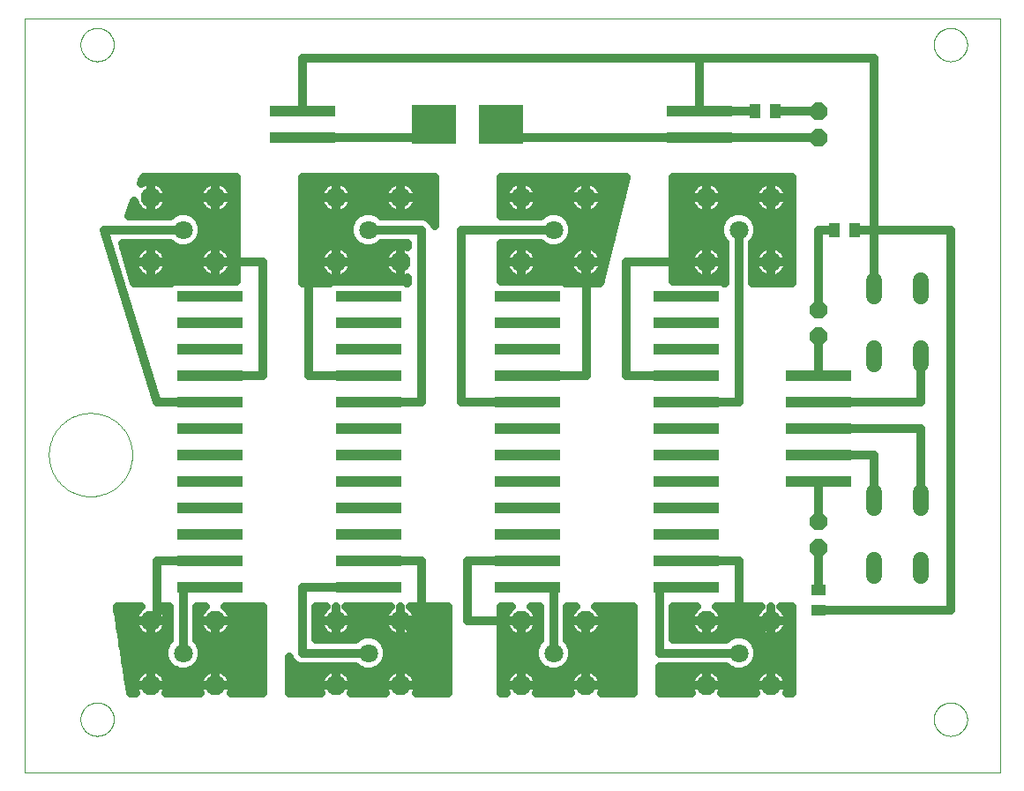
<source format=gtl>
G75*
%MOIN*%
%OFA0B0*%
%FSLAX25Y25*%
%IPPOS*%
%LPD*%
%AMOC8*
5,1,8,0,0,1.08239X$1,22.5*
%
%ADD10C,0.00000*%
%ADD11R,0.25000X0.04000*%
%ADD12C,0.07087*%
%ADD13C,0.07677*%
%ADD14R,0.16700X0.15000*%
%ADD15OC8,0.06600*%
%ADD16R,0.04331X0.05512*%
%ADD17R,0.05512X0.04331*%
%ADD18C,0.06000*%
%ADD19C,0.03200*%
D10*
X0001800Y0001800D02*
X0001800Y0286761D01*
X0370501Y0286761D01*
X0370501Y0001800D01*
X0001800Y0001800D01*
X0023001Y0021800D02*
X0023003Y0021958D01*
X0023009Y0022116D01*
X0023019Y0022274D01*
X0023033Y0022432D01*
X0023051Y0022589D01*
X0023072Y0022746D01*
X0023098Y0022902D01*
X0023128Y0023058D01*
X0023161Y0023213D01*
X0023199Y0023366D01*
X0023240Y0023519D01*
X0023285Y0023671D01*
X0023334Y0023822D01*
X0023387Y0023971D01*
X0023443Y0024119D01*
X0023503Y0024265D01*
X0023567Y0024410D01*
X0023635Y0024553D01*
X0023706Y0024695D01*
X0023780Y0024835D01*
X0023858Y0024972D01*
X0023940Y0025108D01*
X0024024Y0025242D01*
X0024113Y0025373D01*
X0024204Y0025502D01*
X0024299Y0025629D01*
X0024396Y0025754D01*
X0024497Y0025876D01*
X0024601Y0025995D01*
X0024708Y0026112D01*
X0024818Y0026226D01*
X0024931Y0026337D01*
X0025046Y0026446D01*
X0025164Y0026551D01*
X0025285Y0026653D01*
X0025408Y0026753D01*
X0025534Y0026849D01*
X0025662Y0026942D01*
X0025792Y0027032D01*
X0025925Y0027118D01*
X0026060Y0027202D01*
X0026196Y0027281D01*
X0026335Y0027358D01*
X0026476Y0027430D01*
X0026618Y0027500D01*
X0026762Y0027565D01*
X0026908Y0027627D01*
X0027055Y0027685D01*
X0027204Y0027740D01*
X0027354Y0027791D01*
X0027505Y0027838D01*
X0027657Y0027881D01*
X0027810Y0027920D01*
X0027965Y0027956D01*
X0028120Y0027987D01*
X0028276Y0028015D01*
X0028432Y0028039D01*
X0028589Y0028059D01*
X0028747Y0028075D01*
X0028904Y0028087D01*
X0029063Y0028095D01*
X0029221Y0028099D01*
X0029379Y0028099D01*
X0029537Y0028095D01*
X0029696Y0028087D01*
X0029853Y0028075D01*
X0030011Y0028059D01*
X0030168Y0028039D01*
X0030324Y0028015D01*
X0030480Y0027987D01*
X0030635Y0027956D01*
X0030790Y0027920D01*
X0030943Y0027881D01*
X0031095Y0027838D01*
X0031246Y0027791D01*
X0031396Y0027740D01*
X0031545Y0027685D01*
X0031692Y0027627D01*
X0031838Y0027565D01*
X0031982Y0027500D01*
X0032124Y0027430D01*
X0032265Y0027358D01*
X0032404Y0027281D01*
X0032540Y0027202D01*
X0032675Y0027118D01*
X0032808Y0027032D01*
X0032938Y0026942D01*
X0033066Y0026849D01*
X0033192Y0026753D01*
X0033315Y0026653D01*
X0033436Y0026551D01*
X0033554Y0026446D01*
X0033669Y0026337D01*
X0033782Y0026226D01*
X0033892Y0026112D01*
X0033999Y0025995D01*
X0034103Y0025876D01*
X0034204Y0025754D01*
X0034301Y0025629D01*
X0034396Y0025502D01*
X0034487Y0025373D01*
X0034576Y0025242D01*
X0034660Y0025108D01*
X0034742Y0024972D01*
X0034820Y0024835D01*
X0034894Y0024695D01*
X0034965Y0024553D01*
X0035033Y0024410D01*
X0035097Y0024265D01*
X0035157Y0024119D01*
X0035213Y0023971D01*
X0035266Y0023822D01*
X0035315Y0023671D01*
X0035360Y0023519D01*
X0035401Y0023366D01*
X0035439Y0023213D01*
X0035472Y0023058D01*
X0035502Y0022902D01*
X0035528Y0022746D01*
X0035549Y0022589D01*
X0035567Y0022432D01*
X0035581Y0022274D01*
X0035591Y0022116D01*
X0035597Y0021958D01*
X0035599Y0021800D01*
X0035597Y0021642D01*
X0035591Y0021484D01*
X0035581Y0021326D01*
X0035567Y0021168D01*
X0035549Y0021011D01*
X0035528Y0020854D01*
X0035502Y0020698D01*
X0035472Y0020542D01*
X0035439Y0020387D01*
X0035401Y0020234D01*
X0035360Y0020081D01*
X0035315Y0019929D01*
X0035266Y0019778D01*
X0035213Y0019629D01*
X0035157Y0019481D01*
X0035097Y0019335D01*
X0035033Y0019190D01*
X0034965Y0019047D01*
X0034894Y0018905D01*
X0034820Y0018765D01*
X0034742Y0018628D01*
X0034660Y0018492D01*
X0034576Y0018358D01*
X0034487Y0018227D01*
X0034396Y0018098D01*
X0034301Y0017971D01*
X0034204Y0017846D01*
X0034103Y0017724D01*
X0033999Y0017605D01*
X0033892Y0017488D01*
X0033782Y0017374D01*
X0033669Y0017263D01*
X0033554Y0017154D01*
X0033436Y0017049D01*
X0033315Y0016947D01*
X0033192Y0016847D01*
X0033066Y0016751D01*
X0032938Y0016658D01*
X0032808Y0016568D01*
X0032675Y0016482D01*
X0032540Y0016398D01*
X0032404Y0016319D01*
X0032265Y0016242D01*
X0032124Y0016170D01*
X0031982Y0016100D01*
X0031838Y0016035D01*
X0031692Y0015973D01*
X0031545Y0015915D01*
X0031396Y0015860D01*
X0031246Y0015809D01*
X0031095Y0015762D01*
X0030943Y0015719D01*
X0030790Y0015680D01*
X0030635Y0015644D01*
X0030480Y0015613D01*
X0030324Y0015585D01*
X0030168Y0015561D01*
X0030011Y0015541D01*
X0029853Y0015525D01*
X0029696Y0015513D01*
X0029537Y0015505D01*
X0029379Y0015501D01*
X0029221Y0015501D01*
X0029063Y0015505D01*
X0028904Y0015513D01*
X0028747Y0015525D01*
X0028589Y0015541D01*
X0028432Y0015561D01*
X0028276Y0015585D01*
X0028120Y0015613D01*
X0027965Y0015644D01*
X0027810Y0015680D01*
X0027657Y0015719D01*
X0027505Y0015762D01*
X0027354Y0015809D01*
X0027204Y0015860D01*
X0027055Y0015915D01*
X0026908Y0015973D01*
X0026762Y0016035D01*
X0026618Y0016100D01*
X0026476Y0016170D01*
X0026335Y0016242D01*
X0026196Y0016319D01*
X0026060Y0016398D01*
X0025925Y0016482D01*
X0025792Y0016568D01*
X0025662Y0016658D01*
X0025534Y0016751D01*
X0025408Y0016847D01*
X0025285Y0016947D01*
X0025164Y0017049D01*
X0025046Y0017154D01*
X0024931Y0017263D01*
X0024818Y0017374D01*
X0024708Y0017488D01*
X0024601Y0017605D01*
X0024497Y0017724D01*
X0024396Y0017846D01*
X0024299Y0017971D01*
X0024204Y0018098D01*
X0024113Y0018227D01*
X0024024Y0018358D01*
X0023940Y0018492D01*
X0023858Y0018628D01*
X0023780Y0018765D01*
X0023706Y0018905D01*
X0023635Y0019047D01*
X0023567Y0019190D01*
X0023503Y0019335D01*
X0023443Y0019481D01*
X0023387Y0019629D01*
X0023334Y0019778D01*
X0023285Y0019929D01*
X0023240Y0020081D01*
X0023199Y0020234D01*
X0023161Y0020387D01*
X0023128Y0020542D01*
X0023098Y0020698D01*
X0023072Y0020854D01*
X0023051Y0021011D01*
X0023033Y0021168D01*
X0023019Y0021326D01*
X0023009Y0021484D01*
X0023003Y0021642D01*
X0023001Y0021800D01*
X0011052Y0121800D02*
X0011057Y0122186D01*
X0011071Y0122573D01*
X0011095Y0122958D01*
X0011128Y0123344D01*
X0011170Y0123728D01*
X0011222Y0124111D01*
X0011284Y0124492D01*
X0011355Y0124872D01*
X0011435Y0125250D01*
X0011524Y0125626D01*
X0011622Y0126000D01*
X0011730Y0126371D01*
X0011847Y0126740D01*
X0011973Y0127105D01*
X0012107Y0127468D01*
X0012251Y0127826D01*
X0012403Y0128182D01*
X0012564Y0128533D01*
X0012734Y0128880D01*
X0012912Y0129224D01*
X0013098Y0129562D01*
X0013292Y0129896D01*
X0013495Y0130225D01*
X0013706Y0130549D01*
X0013925Y0130868D01*
X0014151Y0131181D01*
X0014385Y0131489D01*
X0014627Y0131790D01*
X0014875Y0132086D01*
X0015132Y0132376D01*
X0015395Y0132659D01*
X0015664Y0132936D01*
X0015941Y0133205D01*
X0016224Y0133468D01*
X0016514Y0133725D01*
X0016810Y0133973D01*
X0017111Y0134215D01*
X0017419Y0134449D01*
X0017732Y0134675D01*
X0018051Y0134894D01*
X0018375Y0135105D01*
X0018704Y0135308D01*
X0019038Y0135502D01*
X0019376Y0135688D01*
X0019720Y0135866D01*
X0020067Y0136036D01*
X0020418Y0136197D01*
X0020774Y0136349D01*
X0021132Y0136493D01*
X0021495Y0136627D01*
X0021860Y0136753D01*
X0022229Y0136870D01*
X0022600Y0136978D01*
X0022974Y0137076D01*
X0023350Y0137165D01*
X0023728Y0137245D01*
X0024108Y0137316D01*
X0024489Y0137378D01*
X0024872Y0137430D01*
X0025256Y0137472D01*
X0025642Y0137505D01*
X0026027Y0137529D01*
X0026414Y0137543D01*
X0026800Y0137548D01*
X0027186Y0137543D01*
X0027573Y0137529D01*
X0027958Y0137505D01*
X0028344Y0137472D01*
X0028728Y0137430D01*
X0029111Y0137378D01*
X0029492Y0137316D01*
X0029872Y0137245D01*
X0030250Y0137165D01*
X0030626Y0137076D01*
X0031000Y0136978D01*
X0031371Y0136870D01*
X0031740Y0136753D01*
X0032105Y0136627D01*
X0032468Y0136493D01*
X0032826Y0136349D01*
X0033182Y0136197D01*
X0033533Y0136036D01*
X0033880Y0135866D01*
X0034224Y0135688D01*
X0034562Y0135502D01*
X0034896Y0135308D01*
X0035225Y0135105D01*
X0035549Y0134894D01*
X0035868Y0134675D01*
X0036181Y0134449D01*
X0036489Y0134215D01*
X0036790Y0133973D01*
X0037086Y0133725D01*
X0037376Y0133468D01*
X0037659Y0133205D01*
X0037936Y0132936D01*
X0038205Y0132659D01*
X0038468Y0132376D01*
X0038725Y0132086D01*
X0038973Y0131790D01*
X0039215Y0131489D01*
X0039449Y0131181D01*
X0039675Y0130868D01*
X0039894Y0130549D01*
X0040105Y0130225D01*
X0040308Y0129896D01*
X0040502Y0129562D01*
X0040688Y0129224D01*
X0040866Y0128880D01*
X0041036Y0128533D01*
X0041197Y0128182D01*
X0041349Y0127826D01*
X0041493Y0127468D01*
X0041627Y0127105D01*
X0041753Y0126740D01*
X0041870Y0126371D01*
X0041978Y0126000D01*
X0042076Y0125626D01*
X0042165Y0125250D01*
X0042245Y0124872D01*
X0042316Y0124492D01*
X0042378Y0124111D01*
X0042430Y0123728D01*
X0042472Y0123344D01*
X0042505Y0122958D01*
X0042529Y0122573D01*
X0042543Y0122186D01*
X0042548Y0121800D01*
X0042543Y0121414D01*
X0042529Y0121027D01*
X0042505Y0120642D01*
X0042472Y0120256D01*
X0042430Y0119872D01*
X0042378Y0119489D01*
X0042316Y0119108D01*
X0042245Y0118728D01*
X0042165Y0118350D01*
X0042076Y0117974D01*
X0041978Y0117600D01*
X0041870Y0117229D01*
X0041753Y0116860D01*
X0041627Y0116495D01*
X0041493Y0116132D01*
X0041349Y0115774D01*
X0041197Y0115418D01*
X0041036Y0115067D01*
X0040866Y0114720D01*
X0040688Y0114376D01*
X0040502Y0114038D01*
X0040308Y0113704D01*
X0040105Y0113375D01*
X0039894Y0113051D01*
X0039675Y0112732D01*
X0039449Y0112419D01*
X0039215Y0112111D01*
X0038973Y0111810D01*
X0038725Y0111514D01*
X0038468Y0111224D01*
X0038205Y0110941D01*
X0037936Y0110664D01*
X0037659Y0110395D01*
X0037376Y0110132D01*
X0037086Y0109875D01*
X0036790Y0109627D01*
X0036489Y0109385D01*
X0036181Y0109151D01*
X0035868Y0108925D01*
X0035549Y0108706D01*
X0035225Y0108495D01*
X0034896Y0108292D01*
X0034562Y0108098D01*
X0034224Y0107912D01*
X0033880Y0107734D01*
X0033533Y0107564D01*
X0033182Y0107403D01*
X0032826Y0107251D01*
X0032468Y0107107D01*
X0032105Y0106973D01*
X0031740Y0106847D01*
X0031371Y0106730D01*
X0031000Y0106622D01*
X0030626Y0106524D01*
X0030250Y0106435D01*
X0029872Y0106355D01*
X0029492Y0106284D01*
X0029111Y0106222D01*
X0028728Y0106170D01*
X0028344Y0106128D01*
X0027958Y0106095D01*
X0027573Y0106071D01*
X0027186Y0106057D01*
X0026800Y0106052D01*
X0026414Y0106057D01*
X0026027Y0106071D01*
X0025642Y0106095D01*
X0025256Y0106128D01*
X0024872Y0106170D01*
X0024489Y0106222D01*
X0024108Y0106284D01*
X0023728Y0106355D01*
X0023350Y0106435D01*
X0022974Y0106524D01*
X0022600Y0106622D01*
X0022229Y0106730D01*
X0021860Y0106847D01*
X0021495Y0106973D01*
X0021132Y0107107D01*
X0020774Y0107251D01*
X0020418Y0107403D01*
X0020067Y0107564D01*
X0019720Y0107734D01*
X0019376Y0107912D01*
X0019038Y0108098D01*
X0018704Y0108292D01*
X0018375Y0108495D01*
X0018051Y0108706D01*
X0017732Y0108925D01*
X0017419Y0109151D01*
X0017111Y0109385D01*
X0016810Y0109627D01*
X0016514Y0109875D01*
X0016224Y0110132D01*
X0015941Y0110395D01*
X0015664Y0110664D01*
X0015395Y0110941D01*
X0015132Y0111224D01*
X0014875Y0111514D01*
X0014627Y0111810D01*
X0014385Y0112111D01*
X0014151Y0112419D01*
X0013925Y0112732D01*
X0013706Y0113051D01*
X0013495Y0113375D01*
X0013292Y0113704D01*
X0013098Y0114038D01*
X0012912Y0114376D01*
X0012734Y0114720D01*
X0012564Y0115067D01*
X0012403Y0115418D01*
X0012251Y0115774D01*
X0012107Y0116132D01*
X0011973Y0116495D01*
X0011847Y0116860D01*
X0011730Y0117229D01*
X0011622Y0117600D01*
X0011524Y0117974D01*
X0011435Y0118350D01*
X0011355Y0118728D01*
X0011284Y0119108D01*
X0011222Y0119489D01*
X0011170Y0119872D01*
X0011128Y0120256D01*
X0011095Y0120642D01*
X0011071Y0121027D01*
X0011057Y0121414D01*
X0011052Y0121800D01*
X0023001Y0276800D02*
X0023003Y0276958D01*
X0023009Y0277116D01*
X0023019Y0277274D01*
X0023033Y0277432D01*
X0023051Y0277589D01*
X0023072Y0277746D01*
X0023098Y0277902D01*
X0023128Y0278058D01*
X0023161Y0278213D01*
X0023199Y0278366D01*
X0023240Y0278519D01*
X0023285Y0278671D01*
X0023334Y0278822D01*
X0023387Y0278971D01*
X0023443Y0279119D01*
X0023503Y0279265D01*
X0023567Y0279410D01*
X0023635Y0279553D01*
X0023706Y0279695D01*
X0023780Y0279835D01*
X0023858Y0279972D01*
X0023940Y0280108D01*
X0024024Y0280242D01*
X0024113Y0280373D01*
X0024204Y0280502D01*
X0024299Y0280629D01*
X0024396Y0280754D01*
X0024497Y0280876D01*
X0024601Y0280995D01*
X0024708Y0281112D01*
X0024818Y0281226D01*
X0024931Y0281337D01*
X0025046Y0281446D01*
X0025164Y0281551D01*
X0025285Y0281653D01*
X0025408Y0281753D01*
X0025534Y0281849D01*
X0025662Y0281942D01*
X0025792Y0282032D01*
X0025925Y0282118D01*
X0026060Y0282202D01*
X0026196Y0282281D01*
X0026335Y0282358D01*
X0026476Y0282430D01*
X0026618Y0282500D01*
X0026762Y0282565D01*
X0026908Y0282627D01*
X0027055Y0282685D01*
X0027204Y0282740D01*
X0027354Y0282791D01*
X0027505Y0282838D01*
X0027657Y0282881D01*
X0027810Y0282920D01*
X0027965Y0282956D01*
X0028120Y0282987D01*
X0028276Y0283015D01*
X0028432Y0283039D01*
X0028589Y0283059D01*
X0028747Y0283075D01*
X0028904Y0283087D01*
X0029063Y0283095D01*
X0029221Y0283099D01*
X0029379Y0283099D01*
X0029537Y0283095D01*
X0029696Y0283087D01*
X0029853Y0283075D01*
X0030011Y0283059D01*
X0030168Y0283039D01*
X0030324Y0283015D01*
X0030480Y0282987D01*
X0030635Y0282956D01*
X0030790Y0282920D01*
X0030943Y0282881D01*
X0031095Y0282838D01*
X0031246Y0282791D01*
X0031396Y0282740D01*
X0031545Y0282685D01*
X0031692Y0282627D01*
X0031838Y0282565D01*
X0031982Y0282500D01*
X0032124Y0282430D01*
X0032265Y0282358D01*
X0032404Y0282281D01*
X0032540Y0282202D01*
X0032675Y0282118D01*
X0032808Y0282032D01*
X0032938Y0281942D01*
X0033066Y0281849D01*
X0033192Y0281753D01*
X0033315Y0281653D01*
X0033436Y0281551D01*
X0033554Y0281446D01*
X0033669Y0281337D01*
X0033782Y0281226D01*
X0033892Y0281112D01*
X0033999Y0280995D01*
X0034103Y0280876D01*
X0034204Y0280754D01*
X0034301Y0280629D01*
X0034396Y0280502D01*
X0034487Y0280373D01*
X0034576Y0280242D01*
X0034660Y0280108D01*
X0034742Y0279972D01*
X0034820Y0279835D01*
X0034894Y0279695D01*
X0034965Y0279553D01*
X0035033Y0279410D01*
X0035097Y0279265D01*
X0035157Y0279119D01*
X0035213Y0278971D01*
X0035266Y0278822D01*
X0035315Y0278671D01*
X0035360Y0278519D01*
X0035401Y0278366D01*
X0035439Y0278213D01*
X0035472Y0278058D01*
X0035502Y0277902D01*
X0035528Y0277746D01*
X0035549Y0277589D01*
X0035567Y0277432D01*
X0035581Y0277274D01*
X0035591Y0277116D01*
X0035597Y0276958D01*
X0035599Y0276800D01*
X0035597Y0276642D01*
X0035591Y0276484D01*
X0035581Y0276326D01*
X0035567Y0276168D01*
X0035549Y0276011D01*
X0035528Y0275854D01*
X0035502Y0275698D01*
X0035472Y0275542D01*
X0035439Y0275387D01*
X0035401Y0275234D01*
X0035360Y0275081D01*
X0035315Y0274929D01*
X0035266Y0274778D01*
X0035213Y0274629D01*
X0035157Y0274481D01*
X0035097Y0274335D01*
X0035033Y0274190D01*
X0034965Y0274047D01*
X0034894Y0273905D01*
X0034820Y0273765D01*
X0034742Y0273628D01*
X0034660Y0273492D01*
X0034576Y0273358D01*
X0034487Y0273227D01*
X0034396Y0273098D01*
X0034301Y0272971D01*
X0034204Y0272846D01*
X0034103Y0272724D01*
X0033999Y0272605D01*
X0033892Y0272488D01*
X0033782Y0272374D01*
X0033669Y0272263D01*
X0033554Y0272154D01*
X0033436Y0272049D01*
X0033315Y0271947D01*
X0033192Y0271847D01*
X0033066Y0271751D01*
X0032938Y0271658D01*
X0032808Y0271568D01*
X0032675Y0271482D01*
X0032540Y0271398D01*
X0032404Y0271319D01*
X0032265Y0271242D01*
X0032124Y0271170D01*
X0031982Y0271100D01*
X0031838Y0271035D01*
X0031692Y0270973D01*
X0031545Y0270915D01*
X0031396Y0270860D01*
X0031246Y0270809D01*
X0031095Y0270762D01*
X0030943Y0270719D01*
X0030790Y0270680D01*
X0030635Y0270644D01*
X0030480Y0270613D01*
X0030324Y0270585D01*
X0030168Y0270561D01*
X0030011Y0270541D01*
X0029853Y0270525D01*
X0029696Y0270513D01*
X0029537Y0270505D01*
X0029379Y0270501D01*
X0029221Y0270501D01*
X0029063Y0270505D01*
X0028904Y0270513D01*
X0028747Y0270525D01*
X0028589Y0270541D01*
X0028432Y0270561D01*
X0028276Y0270585D01*
X0028120Y0270613D01*
X0027965Y0270644D01*
X0027810Y0270680D01*
X0027657Y0270719D01*
X0027505Y0270762D01*
X0027354Y0270809D01*
X0027204Y0270860D01*
X0027055Y0270915D01*
X0026908Y0270973D01*
X0026762Y0271035D01*
X0026618Y0271100D01*
X0026476Y0271170D01*
X0026335Y0271242D01*
X0026196Y0271319D01*
X0026060Y0271398D01*
X0025925Y0271482D01*
X0025792Y0271568D01*
X0025662Y0271658D01*
X0025534Y0271751D01*
X0025408Y0271847D01*
X0025285Y0271947D01*
X0025164Y0272049D01*
X0025046Y0272154D01*
X0024931Y0272263D01*
X0024818Y0272374D01*
X0024708Y0272488D01*
X0024601Y0272605D01*
X0024497Y0272724D01*
X0024396Y0272846D01*
X0024299Y0272971D01*
X0024204Y0273098D01*
X0024113Y0273227D01*
X0024024Y0273358D01*
X0023940Y0273492D01*
X0023858Y0273628D01*
X0023780Y0273765D01*
X0023706Y0273905D01*
X0023635Y0274047D01*
X0023567Y0274190D01*
X0023503Y0274335D01*
X0023443Y0274481D01*
X0023387Y0274629D01*
X0023334Y0274778D01*
X0023285Y0274929D01*
X0023240Y0275081D01*
X0023199Y0275234D01*
X0023161Y0275387D01*
X0023128Y0275542D01*
X0023098Y0275698D01*
X0023072Y0275854D01*
X0023051Y0276011D01*
X0023033Y0276168D01*
X0023019Y0276326D01*
X0023009Y0276484D01*
X0023003Y0276642D01*
X0023001Y0276800D01*
X0345501Y0276800D02*
X0345503Y0276958D01*
X0345509Y0277116D01*
X0345519Y0277274D01*
X0345533Y0277432D01*
X0345551Y0277589D01*
X0345572Y0277746D01*
X0345598Y0277902D01*
X0345628Y0278058D01*
X0345661Y0278213D01*
X0345699Y0278366D01*
X0345740Y0278519D01*
X0345785Y0278671D01*
X0345834Y0278822D01*
X0345887Y0278971D01*
X0345943Y0279119D01*
X0346003Y0279265D01*
X0346067Y0279410D01*
X0346135Y0279553D01*
X0346206Y0279695D01*
X0346280Y0279835D01*
X0346358Y0279972D01*
X0346440Y0280108D01*
X0346524Y0280242D01*
X0346613Y0280373D01*
X0346704Y0280502D01*
X0346799Y0280629D01*
X0346896Y0280754D01*
X0346997Y0280876D01*
X0347101Y0280995D01*
X0347208Y0281112D01*
X0347318Y0281226D01*
X0347431Y0281337D01*
X0347546Y0281446D01*
X0347664Y0281551D01*
X0347785Y0281653D01*
X0347908Y0281753D01*
X0348034Y0281849D01*
X0348162Y0281942D01*
X0348292Y0282032D01*
X0348425Y0282118D01*
X0348560Y0282202D01*
X0348696Y0282281D01*
X0348835Y0282358D01*
X0348976Y0282430D01*
X0349118Y0282500D01*
X0349262Y0282565D01*
X0349408Y0282627D01*
X0349555Y0282685D01*
X0349704Y0282740D01*
X0349854Y0282791D01*
X0350005Y0282838D01*
X0350157Y0282881D01*
X0350310Y0282920D01*
X0350465Y0282956D01*
X0350620Y0282987D01*
X0350776Y0283015D01*
X0350932Y0283039D01*
X0351089Y0283059D01*
X0351247Y0283075D01*
X0351404Y0283087D01*
X0351563Y0283095D01*
X0351721Y0283099D01*
X0351879Y0283099D01*
X0352037Y0283095D01*
X0352196Y0283087D01*
X0352353Y0283075D01*
X0352511Y0283059D01*
X0352668Y0283039D01*
X0352824Y0283015D01*
X0352980Y0282987D01*
X0353135Y0282956D01*
X0353290Y0282920D01*
X0353443Y0282881D01*
X0353595Y0282838D01*
X0353746Y0282791D01*
X0353896Y0282740D01*
X0354045Y0282685D01*
X0354192Y0282627D01*
X0354338Y0282565D01*
X0354482Y0282500D01*
X0354624Y0282430D01*
X0354765Y0282358D01*
X0354904Y0282281D01*
X0355040Y0282202D01*
X0355175Y0282118D01*
X0355308Y0282032D01*
X0355438Y0281942D01*
X0355566Y0281849D01*
X0355692Y0281753D01*
X0355815Y0281653D01*
X0355936Y0281551D01*
X0356054Y0281446D01*
X0356169Y0281337D01*
X0356282Y0281226D01*
X0356392Y0281112D01*
X0356499Y0280995D01*
X0356603Y0280876D01*
X0356704Y0280754D01*
X0356801Y0280629D01*
X0356896Y0280502D01*
X0356987Y0280373D01*
X0357076Y0280242D01*
X0357160Y0280108D01*
X0357242Y0279972D01*
X0357320Y0279835D01*
X0357394Y0279695D01*
X0357465Y0279553D01*
X0357533Y0279410D01*
X0357597Y0279265D01*
X0357657Y0279119D01*
X0357713Y0278971D01*
X0357766Y0278822D01*
X0357815Y0278671D01*
X0357860Y0278519D01*
X0357901Y0278366D01*
X0357939Y0278213D01*
X0357972Y0278058D01*
X0358002Y0277902D01*
X0358028Y0277746D01*
X0358049Y0277589D01*
X0358067Y0277432D01*
X0358081Y0277274D01*
X0358091Y0277116D01*
X0358097Y0276958D01*
X0358099Y0276800D01*
X0358097Y0276642D01*
X0358091Y0276484D01*
X0358081Y0276326D01*
X0358067Y0276168D01*
X0358049Y0276011D01*
X0358028Y0275854D01*
X0358002Y0275698D01*
X0357972Y0275542D01*
X0357939Y0275387D01*
X0357901Y0275234D01*
X0357860Y0275081D01*
X0357815Y0274929D01*
X0357766Y0274778D01*
X0357713Y0274629D01*
X0357657Y0274481D01*
X0357597Y0274335D01*
X0357533Y0274190D01*
X0357465Y0274047D01*
X0357394Y0273905D01*
X0357320Y0273765D01*
X0357242Y0273628D01*
X0357160Y0273492D01*
X0357076Y0273358D01*
X0356987Y0273227D01*
X0356896Y0273098D01*
X0356801Y0272971D01*
X0356704Y0272846D01*
X0356603Y0272724D01*
X0356499Y0272605D01*
X0356392Y0272488D01*
X0356282Y0272374D01*
X0356169Y0272263D01*
X0356054Y0272154D01*
X0355936Y0272049D01*
X0355815Y0271947D01*
X0355692Y0271847D01*
X0355566Y0271751D01*
X0355438Y0271658D01*
X0355308Y0271568D01*
X0355175Y0271482D01*
X0355040Y0271398D01*
X0354904Y0271319D01*
X0354765Y0271242D01*
X0354624Y0271170D01*
X0354482Y0271100D01*
X0354338Y0271035D01*
X0354192Y0270973D01*
X0354045Y0270915D01*
X0353896Y0270860D01*
X0353746Y0270809D01*
X0353595Y0270762D01*
X0353443Y0270719D01*
X0353290Y0270680D01*
X0353135Y0270644D01*
X0352980Y0270613D01*
X0352824Y0270585D01*
X0352668Y0270561D01*
X0352511Y0270541D01*
X0352353Y0270525D01*
X0352196Y0270513D01*
X0352037Y0270505D01*
X0351879Y0270501D01*
X0351721Y0270501D01*
X0351563Y0270505D01*
X0351404Y0270513D01*
X0351247Y0270525D01*
X0351089Y0270541D01*
X0350932Y0270561D01*
X0350776Y0270585D01*
X0350620Y0270613D01*
X0350465Y0270644D01*
X0350310Y0270680D01*
X0350157Y0270719D01*
X0350005Y0270762D01*
X0349854Y0270809D01*
X0349704Y0270860D01*
X0349555Y0270915D01*
X0349408Y0270973D01*
X0349262Y0271035D01*
X0349118Y0271100D01*
X0348976Y0271170D01*
X0348835Y0271242D01*
X0348696Y0271319D01*
X0348560Y0271398D01*
X0348425Y0271482D01*
X0348292Y0271568D01*
X0348162Y0271658D01*
X0348034Y0271751D01*
X0347908Y0271847D01*
X0347785Y0271947D01*
X0347664Y0272049D01*
X0347546Y0272154D01*
X0347431Y0272263D01*
X0347318Y0272374D01*
X0347208Y0272488D01*
X0347101Y0272605D01*
X0346997Y0272724D01*
X0346896Y0272846D01*
X0346799Y0272971D01*
X0346704Y0273098D01*
X0346613Y0273227D01*
X0346524Y0273358D01*
X0346440Y0273492D01*
X0346358Y0273628D01*
X0346280Y0273765D01*
X0346206Y0273905D01*
X0346135Y0274047D01*
X0346067Y0274190D01*
X0346003Y0274335D01*
X0345943Y0274481D01*
X0345887Y0274629D01*
X0345834Y0274778D01*
X0345785Y0274929D01*
X0345740Y0275081D01*
X0345699Y0275234D01*
X0345661Y0275387D01*
X0345628Y0275542D01*
X0345598Y0275698D01*
X0345572Y0275854D01*
X0345551Y0276011D01*
X0345533Y0276168D01*
X0345519Y0276326D01*
X0345509Y0276484D01*
X0345503Y0276642D01*
X0345501Y0276800D01*
X0345501Y0021800D02*
X0345503Y0021958D01*
X0345509Y0022116D01*
X0345519Y0022274D01*
X0345533Y0022432D01*
X0345551Y0022589D01*
X0345572Y0022746D01*
X0345598Y0022902D01*
X0345628Y0023058D01*
X0345661Y0023213D01*
X0345699Y0023366D01*
X0345740Y0023519D01*
X0345785Y0023671D01*
X0345834Y0023822D01*
X0345887Y0023971D01*
X0345943Y0024119D01*
X0346003Y0024265D01*
X0346067Y0024410D01*
X0346135Y0024553D01*
X0346206Y0024695D01*
X0346280Y0024835D01*
X0346358Y0024972D01*
X0346440Y0025108D01*
X0346524Y0025242D01*
X0346613Y0025373D01*
X0346704Y0025502D01*
X0346799Y0025629D01*
X0346896Y0025754D01*
X0346997Y0025876D01*
X0347101Y0025995D01*
X0347208Y0026112D01*
X0347318Y0026226D01*
X0347431Y0026337D01*
X0347546Y0026446D01*
X0347664Y0026551D01*
X0347785Y0026653D01*
X0347908Y0026753D01*
X0348034Y0026849D01*
X0348162Y0026942D01*
X0348292Y0027032D01*
X0348425Y0027118D01*
X0348560Y0027202D01*
X0348696Y0027281D01*
X0348835Y0027358D01*
X0348976Y0027430D01*
X0349118Y0027500D01*
X0349262Y0027565D01*
X0349408Y0027627D01*
X0349555Y0027685D01*
X0349704Y0027740D01*
X0349854Y0027791D01*
X0350005Y0027838D01*
X0350157Y0027881D01*
X0350310Y0027920D01*
X0350465Y0027956D01*
X0350620Y0027987D01*
X0350776Y0028015D01*
X0350932Y0028039D01*
X0351089Y0028059D01*
X0351247Y0028075D01*
X0351404Y0028087D01*
X0351563Y0028095D01*
X0351721Y0028099D01*
X0351879Y0028099D01*
X0352037Y0028095D01*
X0352196Y0028087D01*
X0352353Y0028075D01*
X0352511Y0028059D01*
X0352668Y0028039D01*
X0352824Y0028015D01*
X0352980Y0027987D01*
X0353135Y0027956D01*
X0353290Y0027920D01*
X0353443Y0027881D01*
X0353595Y0027838D01*
X0353746Y0027791D01*
X0353896Y0027740D01*
X0354045Y0027685D01*
X0354192Y0027627D01*
X0354338Y0027565D01*
X0354482Y0027500D01*
X0354624Y0027430D01*
X0354765Y0027358D01*
X0354904Y0027281D01*
X0355040Y0027202D01*
X0355175Y0027118D01*
X0355308Y0027032D01*
X0355438Y0026942D01*
X0355566Y0026849D01*
X0355692Y0026753D01*
X0355815Y0026653D01*
X0355936Y0026551D01*
X0356054Y0026446D01*
X0356169Y0026337D01*
X0356282Y0026226D01*
X0356392Y0026112D01*
X0356499Y0025995D01*
X0356603Y0025876D01*
X0356704Y0025754D01*
X0356801Y0025629D01*
X0356896Y0025502D01*
X0356987Y0025373D01*
X0357076Y0025242D01*
X0357160Y0025108D01*
X0357242Y0024972D01*
X0357320Y0024835D01*
X0357394Y0024695D01*
X0357465Y0024553D01*
X0357533Y0024410D01*
X0357597Y0024265D01*
X0357657Y0024119D01*
X0357713Y0023971D01*
X0357766Y0023822D01*
X0357815Y0023671D01*
X0357860Y0023519D01*
X0357901Y0023366D01*
X0357939Y0023213D01*
X0357972Y0023058D01*
X0358002Y0022902D01*
X0358028Y0022746D01*
X0358049Y0022589D01*
X0358067Y0022432D01*
X0358081Y0022274D01*
X0358091Y0022116D01*
X0358097Y0021958D01*
X0358099Y0021800D01*
X0358097Y0021642D01*
X0358091Y0021484D01*
X0358081Y0021326D01*
X0358067Y0021168D01*
X0358049Y0021011D01*
X0358028Y0020854D01*
X0358002Y0020698D01*
X0357972Y0020542D01*
X0357939Y0020387D01*
X0357901Y0020234D01*
X0357860Y0020081D01*
X0357815Y0019929D01*
X0357766Y0019778D01*
X0357713Y0019629D01*
X0357657Y0019481D01*
X0357597Y0019335D01*
X0357533Y0019190D01*
X0357465Y0019047D01*
X0357394Y0018905D01*
X0357320Y0018765D01*
X0357242Y0018628D01*
X0357160Y0018492D01*
X0357076Y0018358D01*
X0356987Y0018227D01*
X0356896Y0018098D01*
X0356801Y0017971D01*
X0356704Y0017846D01*
X0356603Y0017724D01*
X0356499Y0017605D01*
X0356392Y0017488D01*
X0356282Y0017374D01*
X0356169Y0017263D01*
X0356054Y0017154D01*
X0355936Y0017049D01*
X0355815Y0016947D01*
X0355692Y0016847D01*
X0355566Y0016751D01*
X0355438Y0016658D01*
X0355308Y0016568D01*
X0355175Y0016482D01*
X0355040Y0016398D01*
X0354904Y0016319D01*
X0354765Y0016242D01*
X0354624Y0016170D01*
X0354482Y0016100D01*
X0354338Y0016035D01*
X0354192Y0015973D01*
X0354045Y0015915D01*
X0353896Y0015860D01*
X0353746Y0015809D01*
X0353595Y0015762D01*
X0353443Y0015719D01*
X0353290Y0015680D01*
X0353135Y0015644D01*
X0352980Y0015613D01*
X0352824Y0015585D01*
X0352668Y0015561D01*
X0352511Y0015541D01*
X0352353Y0015525D01*
X0352196Y0015513D01*
X0352037Y0015505D01*
X0351879Y0015501D01*
X0351721Y0015501D01*
X0351563Y0015505D01*
X0351404Y0015513D01*
X0351247Y0015525D01*
X0351089Y0015541D01*
X0350932Y0015561D01*
X0350776Y0015585D01*
X0350620Y0015613D01*
X0350465Y0015644D01*
X0350310Y0015680D01*
X0350157Y0015719D01*
X0350005Y0015762D01*
X0349854Y0015809D01*
X0349704Y0015860D01*
X0349555Y0015915D01*
X0349408Y0015973D01*
X0349262Y0016035D01*
X0349118Y0016100D01*
X0348976Y0016170D01*
X0348835Y0016242D01*
X0348696Y0016319D01*
X0348560Y0016398D01*
X0348425Y0016482D01*
X0348292Y0016568D01*
X0348162Y0016658D01*
X0348034Y0016751D01*
X0347908Y0016847D01*
X0347785Y0016947D01*
X0347664Y0017049D01*
X0347546Y0017154D01*
X0347431Y0017263D01*
X0347318Y0017374D01*
X0347208Y0017488D01*
X0347101Y0017605D01*
X0346997Y0017724D01*
X0346896Y0017846D01*
X0346799Y0017971D01*
X0346704Y0018098D01*
X0346613Y0018227D01*
X0346524Y0018358D01*
X0346440Y0018492D01*
X0346358Y0018628D01*
X0346280Y0018765D01*
X0346206Y0018905D01*
X0346135Y0019047D01*
X0346067Y0019190D01*
X0346003Y0019335D01*
X0345943Y0019481D01*
X0345887Y0019629D01*
X0345834Y0019778D01*
X0345785Y0019929D01*
X0345740Y0020081D01*
X0345699Y0020234D01*
X0345661Y0020387D01*
X0345628Y0020542D01*
X0345598Y0020698D01*
X0345572Y0020854D01*
X0345551Y0021011D01*
X0345533Y0021168D01*
X0345519Y0021326D01*
X0345509Y0021484D01*
X0345503Y0021642D01*
X0345501Y0021800D01*
D11*
X0251800Y0071800D03*
X0251800Y0081800D03*
X0251800Y0091800D03*
X0251800Y0101800D03*
X0251800Y0111800D03*
X0251800Y0121800D03*
X0251800Y0131800D03*
X0251800Y0141800D03*
X0251800Y0151800D03*
X0251800Y0161800D03*
X0251800Y0171800D03*
X0251800Y0181800D03*
X0301800Y0151800D03*
X0301800Y0141800D03*
X0301800Y0131800D03*
X0301800Y0121800D03*
X0301800Y0111800D03*
X0191800Y0111800D03*
X0191800Y0101800D03*
X0191800Y0091800D03*
X0191800Y0081800D03*
X0191800Y0071800D03*
X0131800Y0071800D03*
X0131800Y0081800D03*
X0131800Y0091800D03*
X0131800Y0101800D03*
X0131800Y0111800D03*
X0131800Y0121800D03*
X0131800Y0131800D03*
X0131800Y0141800D03*
X0131800Y0151800D03*
X0131800Y0161800D03*
X0131800Y0171800D03*
X0131800Y0181800D03*
X0071800Y0181800D03*
X0071800Y0171800D03*
X0071800Y0161800D03*
X0071800Y0151800D03*
X0071800Y0141800D03*
X0071800Y0131800D03*
X0071800Y0121800D03*
X0071800Y0111800D03*
X0071800Y0101800D03*
X0071800Y0091800D03*
X0071800Y0081800D03*
X0071800Y0071800D03*
X0191800Y0121800D03*
X0191800Y0131800D03*
X0191800Y0141800D03*
X0191800Y0151800D03*
X0191800Y0161800D03*
X0191800Y0171800D03*
X0191800Y0181800D03*
X0256800Y0241800D03*
X0256800Y0251800D03*
X0106800Y0251800D03*
X0106800Y0241800D03*
D12*
X0131800Y0206800D03*
X0061800Y0206800D03*
X0201800Y0206800D03*
X0271800Y0206800D03*
X0271800Y0046800D03*
X0201800Y0046800D03*
X0131800Y0046800D03*
X0061800Y0046800D03*
D13*
X0049600Y0059000D03*
X0074000Y0059000D03*
X0074000Y0034600D03*
X0049600Y0034600D03*
X0119600Y0034600D03*
X0144000Y0034600D03*
X0144000Y0059000D03*
X0119600Y0059000D03*
X0189600Y0059000D03*
X0214000Y0059000D03*
X0214000Y0034600D03*
X0189600Y0034600D03*
X0259600Y0034600D03*
X0284000Y0034600D03*
X0284000Y0059000D03*
X0259600Y0059000D03*
X0259600Y0194600D03*
X0284000Y0194600D03*
X0284000Y0219000D03*
X0259600Y0219000D03*
X0214000Y0219000D03*
X0189600Y0219000D03*
X0189600Y0194600D03*
X0214000Y0194600D03*
X0144000Y0194600D03*
X0119600Y0194600D03*
X0119600Y0219000D03*
X0144000Y0219000D03*
X0074000Y0219000D03*
X0049600Y0219000D03*
X0049600Y0194600D03*
X0074000Y0194600D03*
D14*
X0156700Y0246800D03*
X0181800Y0246800D03*
D15*
X0301800Y0241800D03*
X0301800Y0251800D03*
X0301800Y0176800D03*
X0301800Y0166800D03*
X0301800Y0096800D03*
X0301800Y0086800D03*
D16*
X0307863Y0206800D03*
X0315737Y0206800D03*
X0285737Y0251800D03*
X0277863Y0251800D03*
D17*
X0301800Y0070737D03*
X0301800Y0062863D03*
D18*
X0322900Y0076000D02*
X0322900Y0082000D01*
X0340700Y0082000D02*
X0340700Y0076000D01*
X0340700Y0101600D02*
X0340700Y0107600D01*
X0322900Y0107600D02*
X0322900Y0101600D01*
X0322900Y0156000D02*
X0322900Y0162000D01*
X0340700Y0162000D02*
X0340700Y0156000D01*
X0340700Y0181600D02*
X0340700Y0187600D01*
X0322900Y0187600D02*
X0322900Y0181600D01*
D19*
X0322900Y0184600D02*
X0322900Y0206800D01*
X0351800Y0206800D01*
X0351800Y0062863D01*
X0301800Y0062863D01*
X0291800Y0062572D02*
X0289372Y0062572D01*
X0289365Y0062585D02*
X0288851Y0063254D01*
X0288254Y0063851D01*
X0287669Y0064300D01*
X0291800Y0064300D01*
X0291800Y0031800D01*
X0289809Y0031800D01*
X0290110Y0032526D01*
X0290328Y0033341D01*
X0290439Y0034178D01*
X0290439Y0034600D01*
X0290439Y0035022D01*
X0290328Y0035859D01*
X0290110Y0036674D01*
X0289787Y0037454D01*
X0289365Y0038185D01*
X0288851Y0038854D01*
X0288254Y0039451D01*
X0287585Y0039965D01*
X0286854Y0040387D01*
X0286074Y0040710D01*
X0285259Y0040928D01*
X0284422Y0041039D01*
X0284000Y0041039D01*
X0283578Y0041039D01*
X0282741Y0040928D01*
X0281926Y0040710D01*
X0281146Y0040387D01*
X0280415Y0039965D01*
X0279746Y0039451D01*
X0279149Y0038854D01*
X0278635Y0038185D01*
X0278213Y0037454D01*
X0277890Y0036674D01*
X0277672Y0035859D01*
X0277561Y0035022D01*
X0277561Y0034600D01*
X0277561Y0034178D01*
X0277672Y0033341D01*
X0277890Y0032526D01*
X0278191Y0031800D01*
X0265409Y0031800D01*
X0265710Y0032526D01*
X0265928Y0033341D01*
X0266039Y0034178D01*
X0266039Y0034600D01*
X0266039Y0035022D01*
X0265928Y0035859D01*
X0265710Y0036674D01*
X0265387Y0037454D01*
X0264965Y0038185D01*
X0264451Y0038854D01*
X0263854Y0039451D01*
X0263185Y0039965D01*
X0262454Y0040387D01*
X0261674Y0040710D01*
X0260859Y0040928D01*
X0260022Y0041039D01*
X0259600Y0041039D01*
X0259178Y0041039D01*
X0258341Y0040928D01*
X0257526Y0040710D01*
X0256746Y0040387D01*
X0256015Y0039965D01*
X0255346Y0039451D01*
X0254749Y0038854D01*
X0254235Y0038185D01*
X0253813Y0037454D01*
X0253490Y0036674D01*
X0253272Y0035859D01*
X0253161Y0035022D01*
X0253161Y0034600D01*
X0253161Y0034178D01*
X0253272Y0033341D01*
X0253490Y0032526D01*
X0253791Y0031800D01*
X0241800Y0031800D01*
X0241800Y0041600D01*
X0266898Y0041600D01*
X0267754Y0040744D01*
X0270379Y0039657D01*
X0273221Y0039657D01*
X0275846Y0040744D01*
X0277856Y0042754D01*
X0278943Y0045379D01*
X0278943Y0048221D01*
X0277856Y0050846D01*
X0275846Y0052856D01*
X0273221Y0053943D01*
X0270379Y0053943D01*
X0267754Y0052856D01*
X0266898Y0052000D01*
X0247000Y0052000D01*
X0247000Y0064300D01*
X0255931Y0064300D01*
X0255346Y0063851D01*
X0254749Y0063254D01*
X0254235Y0062585D01*
X0253813Y0061854D01*
X0253490Y0061074D01*
X0253272Y0060259D01*
X0253161Y0059422D01*
X0253161Y0059000D01*
X0253161Y0058578D01*
X0253272Y0057741D01*
X0253490Y0056926D01*
X0253813Y0056146D01*
X0254235Y0055415D01*
X0254749Y0054746D01*
X0255346Y0054149D01*
X0256015Y0053635D01*
X0256746Y0053213D01*
X0257526Y0052890D01*
X0258341Y0052672D01*
X0259178Y0052561D01*
X0259600Y0052561D01*
X0260022Y0052561D01*
X0260859Y0052672D01*
X0261674Y0052890D01*
X0262454Y0053213D01*
X0263185Y0053635D01*
X0263854Y0054149D01*
X0264451Y0054746D01*
X0264965Y0055415D01*
X0265387Y0056146D01*
X0265710Y0056926D01*
X0265928Y0057741D01*
X0266039Y0058578D01*
X0266039Y0059000D01*
X0266039Y0059422D01*
X0265928Y0060259D01*
X0265710Y0061074D01*
X0265387Y0061854D01*
X0264965Y0062585D01*
X0264451Y0063254D01*
X0263854Y0063851D01*
X0263269Y0064300D01*
X0280331Y0064300D01*
X0279746Y0063851D01*
X0279149Y0063254D01*
X0278635Y0062585D01*
X0278213Y0061854D01*
X0277890Y0061074D01*
X0277672Y0060259D01*
X0277561Y0059422D01*
X0277561Y0059000D01*
X0277561Y0058578D01*
X0277672Y0057741D01*
X0277890Y0056926D01*
X0278213Y0056146D01*
X0278635Y0055415D01*
X0279149Y0054746D01*
X0279746Y0054149D01*
X0280415Y0053635D01*
X0281146Y0053213D01*
X0281926Y0052890D01*
X0282741Y0052672D01*
X0283578Y0052561D01*
X0284000Y0052561D01*
X0284422Y0052561D01*
X0285259Y0052672D01*
X0286074Y0052890D01*
X0286854Y0053213D01*
X0287585Y0053635D01*
X0288254Y0054149D01*
X0288851Y0054746D01*
X0289365Y0055415D01*
X0289787Y0056146D01*
X0290110Y0056926D01*
X0290328Y0057741D01*
X0290439Y0058578D01*
X0290439Y0059000D01*
X0290439Y0059422D01*
X0290328Y0060259D01*
X0290110Y0061074D01*
X0289787Y0061854D01*
X0289365Y0062585D01*
X0290439Y0059373D02*
X0291800Y0059373D01*
X0290439Y0059000D02*
X0284000Y0059000D01*
X0284000Y0056800D01*
X0271800Y0056800D01*
X0271800Y0081800D01*
X0251800Y0081800D01*
X0251800Y0071800D02*
X0241800Y0071800D01*
X0241800Y0046800D01*
X0271800Y0046800D01*
X0278943Y0046579D02*
X0291800Y0046579D01*
X0291800Y0043381D02*
X0278116Y0043381D01*
X0280791Y0040182D02*
X0274489Y0040182D01*
X0278018Y0036984D02*
X0265582Y0036984D01*
X0266039Y0034600D02*
X0259600Y0034600D01*
X0284000Y0034600D01*
X0284000Y0059000D01*
X0284000Y0059300D01*
X0284000Y0059373D02*
X0284000Y0059373D01*
X0284000Y0059000D02*
X0284000Y0064300D01*
X0284000Y0059000D01*
X0284000Y0059000D01*
X0284000Y0059000D01*
X0290439Y0059000D01*
X0289799Y0056175D02*
X0291800Y0056175D01*
X0291800Y0052976D02*
X0286282Y0052976D01*
X0284000Y0052976D02*
X0284000Y0052976D01*
X0284000Y0052561D02*
X0284000Y0059000D01*
X0284000Y0059000D01*
X0284000Y0059000D01*
X0277561Y0059000D01*
X0284000Y0059000D01*
X0284000Y0052561D01*
X0281718Y0052976D02*
X0275556Y0052976D01*
X0278201Y0056175D02*
X0265399Y0056175D01*
X0266039Y0059000D02*
X0259600Y0059000D01*
X0266039Y0059000D01*
X0266039Y0059373D02*
X0277561Y0059373D01*
X0278628Y0062572D02*
X0264972Y0062572D01*
X0259600Y0059000D02*
X0259600Y0059000D01*
X0259600Y0052561D01*
X0259600Y0059000D01*
X0259600Y0059000D01*
X0259600Y0059000D01*
X0253161Y0059000D01*
X0259600Y0059000D01*
X0259600Y0056175D02*
X0259600Y0056175D01*
X0259600Y0052976D02*
X0259600Y0052976D01*
X0261882Y0052976D02*
X0268044Y0052976D01*
X0257318Y0052976D02*
X0247000Y0052976D01*
X0247000Y0056175D02*
X0253801Y0056175D01*
X0253161Y0059373D02*
X0247000Y0059373D01*
X0247000Y0062572D02*
X0254228Y0062572D01*
X0231800Y0062572D02*
X0219372Y0062572D01*
X0219365Y0062585D02*
X0218851Y0063254D01*
X0218254Y0063851D01*
X0217669Y0064300D01*
X0231800Y0064300D01*
X0231800Y0031800D01*
X0219809Y0031800D01*
X0220110Y0032526D01*
X0220328Y0033341D01*
X0220439Y0034178D01*
X0220439Y0034600D01*
X0220439Y0035022D01*
X0220328Y0035859D01*
X0220110Y0036674D01*
X0219787Y0037454D01*
X0219365Y0038185D01*
X0218851Y0038854D01*
X0218254Y0039451D01*
X0217585Y0039965D01*
X0216854Y0040387D01*
X0216074Y0040710D01*
X0215259Y0040928D01*
X0214422Y0041039D01*
X0214000Y0041039D01*
X0213578Y0041039D01*
X0212741Y0040928D01*
X0211926Y0040710D01*
X0211146Y0040387D01*
X0210415Y0039965D01*
X0209746Y0039451D01*
X0209149Y0038854D01*
X0208635Y0038185D01*
X0208213Y0037454D01*
X0207890Y0036674D01*
X0207672Y0035859D01*
X0207561Y0035022D01*
X0207561Y0034600D01*
X0207561Y0034178D01*
X0207672Y0033341D01*
X0207890Y0032526D01*
X0208191Y0031800D01*
X0195409Y0031800D01*
X0195710Y0032526D01*
X0195928Y0033341D01*
X0196039Y0034178D01*
X0196039Y0034600D01*
X0196039Y0035022D01*
X0195928Y0035859D01*
X0195710Y0036674D01*
X0195387Y0037454D01*
X0194965Y0038185D01*
X0194451Y0038854D01*
X0193854Y0039451D01*
X0193185Y0039965D01*
X0192454Y0040387D01*
X0191674Y0040710D01*
X0190859Y0040928D01*
X0190022Y0041039D01*
X0189600Y0041039D01*
X0189178Y0041039D01*
X0188341Y0040928D01*
X0187526Y0040710D01*
X0186746Y0040387D01*
X0186015Y0039965D01*
X0185346Y0039451D01*
X0184749Y0038854D01*
X0184235Y0038185D01*
X0183813Y0037454D01*
X0183490Y0036674D01*
X0183272Y0035859D01*
X0183161Y0035022D01*
X0183161Y0034600D01*
X0183161Y0034178D01*
X0183272Y0033341D01*
X0183490Y0032526D01*
X0183791Y0031800D01*
X0181800Y0031800D01*
X0181800Y0064300D01*
X0185931Y0064300D01*
X0185346Y0063851D01*
X0184749Y0063254D01*
X0184235Y0062585D01*
X0183813Y0061854D01*
X0183490Y0061074D01*
X0183272Y0060259D01*
X0183161Y0059422D01*
X0183161Y0059000D01*
X0183161Y0058578D01*
X0183272Y0057741D01*
X0183490Y0056926D01*
X0183813Y0056146D01*
X0184235Y0055415D01*
X0184749Y0054746D01*
X0185346Y0054149D01*
X0186015Y0053635D01*
X0186746Y0053213D01*
X0187526Y0052890D01*
X0188341Y0052672D01*
X0189178Y0052561D01*
X0189600Y0052561D01*
X0190022Y0052561D01*
X0190859Y0052672D01*
X0191674Y0052890D01*
X0192454Y0053213D01*
X0193185Y0053635D01*
X0193854Y0054149D01*
X0194451Y0054746D01*
X0194965Y0055415D01*
X0195387Y0056146D01*
X0195710Y0056926D01*
X0195928Y0057741D01*
X0196039Y0058578D01*
X0196039Y0059000D01*
X0196039Y0059422D01*
X0195928Y0060259D01*
X0195710Y0061074D01*
X0195387Y0061854D01*
X0194965Y0062585D01*
X0194451Y0063254D01*
X0193854Y0063851D01*
X0193269Y0064300D01*
X0196600Y0064300D01*
X0196600Y0051702D01*
X0195744Y0050846D01*
X0194657Y0048221D01*
X0194657Y0045379D01*
X0195744Y0042754D01*
X0197754Y0040744D01*
X0200379Y0039657D01*
X0203221Y0039657D01*
X0205846Y0040744D01*
X0207856Y0042754D01*
X0208943Y0045379D01*
X0208943Y0048221D01*
X0207856Y0050846D01*
X0207000Y0051702D01*
X0207000Y0064300D01*
X0210331Y0064300D01*
X0209746Y0063851D01*
X0209149Y0063254D01*
X0208635Y0062585D01*
X0208213Y0061854D01*
X0207890Y0061074D01*
X0207672Y0060259D01*
X0207561Y0059422D01*
X0207561Y0059000D01*
X0207561Y0058578D01*
X0207672Y0057741D01*
X0207890Y0056926D01*
X0208213Y0056146D01*
X0208635Y0055415D01*
X0209149Y0054746D01*
X0209746Y0054149D01*
X0210415Y0053635D01*
X0211146Y0053213D01*
X0211926Y0052890D01*
X0212741Y0052672D01*
X0213578Y0052561D01*
X0214000Y0052561D01*
X0214422Y0052561D01*
X0215259Y0052672D01*
X0216074Y0052890D01*
X0216854Y0053213D01*
X0217585Y0053635D01*
X0218254Y0054149D01*
X0218851Y0054746D01*
X0219365Y0055415D01*
X0219787Y0056146D01*
X0220110Y0056926D01*
X0220328Y0057741D01*
X0220439Y0058578D01*
X0220439Y0059000D01*
X0220439Y0059422D01*
X0220328Y0060259D01*
X0220110Y0061074D01*
X0219787Y0061854D01*
X0219365Y0062585D01*
X0220439Y0059373D02*
X0231800Y0059373D01*
X0231800Y0056175D02*
X0219799Y0056175D01*
X0220439Y0059000D02*
X0214000Y0059000D01*
X0214000Y0034600D01*
X0189600Y0034600D01*
X0189600Y0059000D01*
X0169300Y0059000D01*
X0169300Y0081800D01*
X0191800Y0081800D01*
X0191800Y0071800D02*
X0181800Y0071800D01*
X0181800Y0062572D02*
X0184228Y0062572D01*
X0183161Y0059373D02*
X0181800Y0059373D01*
X0183161Y0059000D02*
X0189600Y0059000D01*
X0196039Y0059000D01*
X0189600Y0059000D01*
X0189600Y0059000D01*
X0189600Y0052561D01*
X0189600Y0059000D01*
X0189600Y0059000D01*
X0189600Y0059000D01*
X0183161Y0059000D01*
X0183801Y0056175D02*
X0181800Y0056175D01*
X0181800Y0052976D02*
X0187318Y0052976D01*
X0189600Y0052976D02*
X0189600Y0052976D01*
X0191882Y0052976D02*
X0196600Y0052976D01*
X0196600Y0056175D02*
X0195399Y0056175D01*
X0196039Y0059373D02*
X0196600Y0059373D01*
X0196600Y0062572D02*
X0194972Y0062572D01*
X0189600Y0056175D02*
X0189600Y0056175D01*
X0195302Y0049778D02*
X0181800Y0049778D01*
X0181800Y0046579D02*
X0194657Y0046579D01*
X0195484Y0043381D02*
X0181800Y0043381D01*
X0181800Y0040182D02*
X0186391Y0040182D01*
X0189600Y0040182D02*
X0189600Y0040182D01*
X0189600Y0041039D02*
X0189600Y0034600D01*
X0189600Y0034600D01*
X0196039Y0034600D01*
X0189600Y0034600D01*
X0189600Y0034600D01*
X0189600Y0034600D01*
X0183161Y0034600D01*
X0189600Y0034600D01*
X0189600Y0041039D01*
X0192809Y0040182D02*
X0199111Y0040182D01*
X0195582Y0036984D02*
X0208018Y0036984D01*
X0207561Y0034600D02*
X0214000Y0034600D01*
X0214000Y0034600D01*
X0214000Y0041039D01*
X0214000Y0034600D01*
X0220439Y0034600D01*
X0214000Y0034600D01*
X0214000Y0034600D01*
X0214000Y0034600D01*
X0207561Y0034600D01*
X0207613Y0033785D02*
X0195987Y0033785D01*
X0189600Y0036984D02*
X0189600Y0036984D01*
X0183618Y0036984D02*
X0181800Y0036984D01*
X0181800Y0033785D02*
X0183213Y0033785D01*
X0204489Y0040182D02*
X0210791Y0040182D01*
X0214000Y0040182D02*
X0214000Y0040182D01*
X0214000Y0036984D02*
X0214000Y0036984D01*
X0217209Y0040182D02*
X0231800Y0040182D01*
X0231800Y0036984D02*
X0219982Y0036984D01*
X0220387Y0033785D02*
X0231800Y0033785D01*
X0241800Y0033785D02*
X0253213Y0033785D01*
X0253161Y0034600D02*
X0259600Y0034600D01*
X0259600Y0034600D01*
X0259600Y0041039D01*
X0259600Y0034600D01*
X0259600Y0034600D01*
X0259600Y0034600D01*
X0253161Y0034600D01*
X0253618Y0036984D02*
X0241800Y0036984D01*
X0241800Y0040182D02*
X0256391Y0040182D01*
X0259600Y0040182D02*
X0259600Y0040182D01*
X0259600Y0036984D02*
X0259600Y0036984D01*
X0259600Y0034600D02*
X0266039Y0034600D01*
X0265987Y0033785D02*
X0277613Y0033785D01*
X0277561Y0034600D02*
X0284000Y0034600D01*
X0284000Y0034600D01*
X0284000Y0041039D01*
X0284000Y0034600D01*
X0290439Y0034600D01*
X0284000Y0034600D01*
X0284000Y0034600D01*
X0284000Y0034600D01*
X0277561Y0034600D01*
X0284000Y0036984D02*
X0284000Y0036984D01*
X0284000Y0040182D02*
X0284000Y0040182D01*
X0287209Y0040182D02*
X0291800Y0040182D01*
X0291800Y0036984D02*
X0289982Y0036984D01*
X0290387Y0033785D02*
X0291800Y0033785D01*
X0291800Y0049778D02*
X0278298Y0049778D01*
X0284000Y0056175D02*
X0284000Y0056175D01*
X0284000Y0062572D02*
X0284000Y0062572D01*
X0284000Y0064300D02*
X0284000Y0064300D01*
X0301800Y0070737D02*
X0301800Y0086800D01*
X0301800Y0096800D02*
X0301800Y0111800D01*
X0301800Y0121800D02*
X0322900Y0121800D01*
X0322900Y0104600D01*
X0340700Y0104600D02*
X0340700Y0131800D01*
X0301800Y0131800D01*
X0301800Y0141800D02*
X0340700Y0141800D01*
X0340700Y0159000D01*
X0301800Y0151800D02*
X0301800Y0166800D01*
X0301800Y0176800D02*
X0301800Y0206800D01*
X0307863Y0206800D01*
X0315737Y0206800D02*
X0322900Y0206800D01*
X0322900Y0271800D01*
X0256800Y0271800D01*
X0256800Y0251800D01*
X0277863Y0251800D01*
X0285737Y0251800D02*
X0301800Y0251800D01*
X0301800Y0241800D02*
X0256800Y0241800D01*
X0181100Y0241800D01*
X0181800Y0246800D01*
X0157500Y0241800D02*
X0156700Y0246800D01*
X0157500Y0241800D02*
X0106800Y0241800D01*
X0106800Y0251800D02*
X0106800Y0271800D01*
X0256800Y0271800D01*
X0246800Y0226800D02*
X0291800Y0226800D01*
X0291800Y0186800D01*
X0277000Y0186800D01*
X0277000Y0201898D01*
X0277856Y0202754D01*
X0278943Y0205379D01*
X0278943Y0208221D01*
X0277856Y0210846D01*
X0275846Y0212856D01*
X0273221Y0213943D01*
X0270379Y0213943D01*
X0267754Y0212856D01*
X0265744Y0210846D01*
X0264657Y0208221D01*
X0264657Y0205379D01*
X0265744Y0202754D01*
X0266600Y0201898D01*
X0266600Y0186800D01*
X0266391Y0186800D01*
X0266339Y0186852D01*
X0265016Y0187400D01*
X0246800Y0187400D01*
X0246800Y0226800D01*
X0246800Y0225696D02*
X0291800Y0225696D01*
X0291800Y0222497D02*
X0289415Y0222497D01*
X0289365Y0222585D02*
X0288851Y0223254D01*
X0288254Y0223851D01*
X0287585Y0224365D01*
X0286854Y0224787D01*
X0286074Y0225110D01*
X0285259Y0225328D01*
X0284422Y0225439D01*
X0284000Y0225439D01*
X0283578Y0225439D01*
X0282741Y0225328D01*
X0281926Y0225110D01*
X0281146Y0224787D01*
X0280415Y0224365D01*
X0279746Y0223851D01*
X0279149Y0223254D01*
X0278635Y0222585D01*
X0278213Y0221854D01*
X0277890Y0221074D01*
X0277672Y0220259D01*
X0277561Y0219422D01*
X0277561Y0219000D01*
X0277561Y0218578D01*
X0277672Y0217741D01*
X0277890Y0216926D01*
X0278213Y0216146D01*
X0278635Y0215415D01*
X0279149Y0214746D01*
X0279746Y0214149D01*
X0280415Y0213635D01*
X0281146Y0213213D01*
X0281926Y0212890D01*
X0282741Y0212672D01*
X0283578Y0212561D01*
X0284000Y0212561D01*
X0284422Y0212561D01*
X0285259Y0212672D01*
X0286074Y0212890D01*
X0286854Y0213213D01*
X0287585Y0213635D01*
X0288254Y0214149D01*
X0288851Y0214746D01*
X0289365Y0215415D01*
X0289787Y0216146D01*
X0290110Y0216926D01*
X0290328Y0217741D01*
X0290439Y0218578D01*
X0290439Y0219000D01*
X0290439Y0219422D01*
X0290328Y0220259D01*
X0290110Y0221074D01*
X0289787Y0221854D01*
X0289365Y0222585D01*
X0284000Y0222497D02*
X0284000Y0222497D01*
X0284000Y0225439D02*
X0284000Y0219000D01*
X0284000Y0194600D01*
X0290439Y0194600D01*
X0290439Y0195022D01*
X0290328Y0195859D01*
X0290110Y0196674D01*
X0289787Y0197454D01*
X0289365Y0198185D01*
X0288851Y0198854D01*
X0288254Y0199451D01*
X0287585Y0199965D01*
X0286854Y0200387D01*
X0286074Y0200710D01*
X0285259Y0200928D01*
X0284422Y0201039D01*
X0284000Y0201039D01*
X0283578Y0201039D01*
X0282741Y0200928D01*
X0281926Y0200710D01*
X0281146Y0200387D01*
X0280415Y0199965D01*
X0279746Y0199451D01*
X0279149Y0198854D01*
X0278635Y0198185D01*
X0278213Y0197454D01*
X0277890Y0196674D01*
X0277672Y0195859D01*
X0277561Y0195022D01*
X0277561Y0194600D01*
X0277561Y0194178D01*
X0277672Y0193341D01*
X0277890Y0192526D01*
X0278213Y0191746D01*
X0278635Y0191015D01*
X0279149Y0190346D01*
X0279746Y0189749D01*
X0280415Y0189235D01*
X0281146Y0188813D01*
X0281926Y0188490D01*
X0282741Y0188272D01*
X0283578Y0188161D01*
X0284000Y0188161D01*
X0284422Y0188161D01*
X0285259Y0188272D01*
X0286074Y0188490D01*
X0286854Y0188813D01*
X0287585Y0189235D01*
X0288254Y0189749D01*
X0288851Y0190346D01*
X0289365Y0191015D01*
X0289787Y0191746D01*
X0290110Y0192526D01*
X0290328Y0193341D01*
X0290439Y0194178D01*
X0290439Y0194600D01*
X0284000Y0194600D01*
X0284000Y0194600D01*
X0284000Y0194600D01*
X0284000Y0201039D01*
X0284000Y0194600D01*
X0284000Y0188161D01*
X0284000Y0194600D01*
X0284000Y0194600D01*
X0284000Y0194600D01*
X0277561Y0194600D01*
X0284000Y0194600D01*
X0284000Y0193711D02*
X0284000Y0193711D01*
X0284000Y0196909D02*
X0284000Y0196909D01*
X0284000Y0200108D02*
X0284000Y0200108D01*
X0287338Y0200108D02*
X0291800Y0200108D01*
X0291800Y0203306D02*
X0278085Y0203306D01*
X0278943Y0206505D02*
X0291800Y0206505D01*
X0291800Y0209703D02*
X0278329Y0209703D01*
X0275735Y0212902D02*
X0281898Y0212902D01*
X0284000Y0212902D02*
X0284000Y0212902D01*
X0284000Y0212561D02*
X0284000Y0219000D01*
X0259600Y0219000D01*
X0259600Y0194600D01*
X0229300Y0194600D01*
X0229300Y0151800D01*
X0251800Y0151800D01*
X0251800Y0141800D02*
X0271800Y0141800D01*
X0271800Y0206800D01*
X0265271Y0209703D02*
X0246800Y0209703D01*
X0246800Y0206505D02*
X0264657Y0206505D01*
X0265515Y0203306D02*
X0246800Y0203306D01*
X0246800Y0200108D02*
X0256262Y0200108D01*
X0256015Y0199965D02*
X0255346Y0199451D01*
X0254749Y0198854D01*
X0254235Y0198185D01*
X0253813Y0197454D01*
X0253490Y0196674D01*
X0253272Y0195859D01*
X0253161Y0195022D01*
X0253161Y0194600D01*
X0253161Y0194178D01*
X0253272Y0193341D01*
X0253490Y0192526D01*
X0253813Y0191746D01*
X0254235Y0191015D01*
X0254749Y0190346D01*
X0255346Y0189749D01*
X0256015Y0189235D01*
X0256746Y0188813D01*
X0257526Y0188490D01*
X0258341Y0188272D01*
X0259178Y0188161D01*
X0259600Y0188161D01*
X0260022Y0188161D01*
X0260859Y0188272D01*
X0261674Y0188490D01*
X0262454Y0188813D01*
X0263185Y0189235D01*
X0263854Y0189749D01*
X0264451Y0190346D01*
X0264965Y0191015D01*
X0265387Y0191746D01*
X0265710Y0192526D01*
X0265928Y0193341D01*
X0266039Y0194178D01*
X0266039Y0194600D01*
X0266039Y0195022D01*
X0265928Y0195859D01*
X0265710Y0196674D01*
X0265387Y0197454D01*
X0264965Y0198185D01*
X0264451Y0198854D01*
X0263854Y0199451D01*
X0263185Y0199965D01*
X0262454Y0200387D01*
X0261674Y0200710D01*
X0260859Y0200928D01*
X0260022Y0201039D01*
X0259600Y0201039D01*
X0259178Y0201039D01*
X0258341Y0200928D01*
X0257526Y0200710D01*
X0256746Y0200387D01*
X0256015Y0199965D01*
X0259600Y0200108D02*
X0259600Y0200108D01*
X0259600Y0201039D02*
X0259600Y0194600D01*
X0266039Y0194600D01*
X0259600Y0194600D01*
X0259600Y0194600D01*
X0259600Y0194600D01*
X0259600Y0188161D01*
X0259600Y0194600D01*
X0259600Y0194600D01*
X0259600Y0194600D01*
X0253161Y0194600D01*
X0259600Y0194600D01*
X0259600Y0201039D01*
X0262938Y0200108D02*
X0266600Y0200108D01*
X0266600Y0196909D02*
X0265613Y0196909D01*
X0265977Y0193711D02*
X0266600Y0193711D01*
X0266600Y0190512D02*
X0264579Y0190512D01*
X0259600Y0190512D02*
X0259600Y0190512D01*
X0259600Y0193711D02*
X0259600Y0193711D01*
X0259600Y0196909D02*
X0259600Y0196909D01*
X0253587Y0196909D02*
X0246800Y0196909D01*
X0246800Y0193711D02*
X0253223Y0193711D01*
X0254621Y0190512D02*
X0246800Y0190512D01*
X0265225Y0187314D02*
X0266600Y0187314D01*
X0277000Y0187314D02*
X0291800Y0187314D01*
X0291800Y0190512D02*
X0288979Y0190512D01*
X0290377Y0193711D02*
X0291800Y0193711D01*
X0291800Y0196909D02*
X0290013Y0196909D01*
X0284000Y0190512D02*
X0284000Y0190512D01*
X0279021Y0190512D02*
X0277000Y0190512D01*
X0277000Y0193711D02*
X0277623Y0193711D01*
X0277987Y0196909D02*
X0277000Y0196909D01*
X0277000Y0200108D02*
X0280662Y0200108D01*
X0284000Y0212561D02*
X0284000Y0219000D01*
X0290439Y0219000D01*
X0284000Y0219000D01*
X0284000Y0219000D01*
X0284000Y0219000D01*
X0284000Y0219000D01*
X0284000Y0219000D01*
X0277561Y0219000D01*
X0284000Y0219000D01*
X0284000Y0225439D01*
X0278585Y0222497D02*
X0265015Y0222497D01*
X0264965Y0222585D02*
X0264451Y0223254D01*
X0263854Y0223851D01*
X0263185Y0224365D01*
X0262454Y0224787D01*
X0261674Y0225110D01*
X0260859Y0225328D01*
X0260022Y0225439D01*
X0259600Y0225439D01*
X0259178Y0225439D01*
X0258341Y0225328D01*
X0257526Y0225110D01*
X0256746Y0224787D01*
X0256015Y0224365D01*
X0255346Y0223851D01*
X0254749Y0223254D01*
X0254235Y0222585D01*
X0253813Y0221854D01*
X0253490Y0221074D01*
X0253272Y0220259D01*
X0253161Y0219422D01*
X0253161Y0219000D01*
X0253161Y0218578D01*
X0253272Y0217741D01*
X0253490Y0216926D01*
X0253813Y0216146D01*
X0254235Y0215415D01*
X0254749Y0214746D01*
X0255346Y0214149D01*
X0256015Y0213635D01*
X0256746Y0213213D01*
X0257526Y0212890D01*
X0258341Y0212672D01*
X0259178Y0212561D01*
X0259600Y0212561D01*
X0260022Y0212561D01*
X0260859Y0212672D01*
X0261674Y0212890D01*
X0262454Y0213213D01*
X0263185Y0213635D01*
X0263854Y0214149D01*
X0264451Y0214746D01*
X0264965Y0215415D01*
X0265387Y0216146D01*
X0265710Y0216926D01*
X0265928Y0217741D01*
X0266039Y0218578D01*
X0266039Y0219000D01*
X0266039Y0219422D01*
X0265928Y0220259D01*
X0265710Y0221074D01*
X0265387Y0221854D01*
X0264965Y0222585D01*
X0259600Y0222497D02*
X0259600Y0222497D01*
X0259600Y0225439D02*
X0259600Y0219000D01*
X0266039Y0219000D01*
X0259600Y0219000D01*
X0259600Y0219000D01*
X0259600Y0219000D01*
X0259600Y0212561D01*
X0259600Y0219000D01*
X0259600Y0219000D01*
X0259600Y0219000D01*
X0253161Y0219000D01*
X0259600Y0219000D01*
X0259600Y0225439D01*
X0254185Y0222497D02*
X0246800Y0222497D01*
X0246800Y0219299D02*
X0253161Y0219299D01*
X0253840Y0216100D02*
X0246800Y0216100D01*
X0246800Y0212902D02*
X0257498Y0212902D01*
X0259600Y0212902D02*
X0259600Y0212902D01*
X0261702Y0212902D02*
X0267865Y0212902D01*
X0265360Y0216100D02*
X0278240Y0216100D01*
X0277561Y0219299D02*
X0266039Y0219299D01*
X0259600Y0219299D02*
X0259600Y0219299D01*
X0259600Y0216100D02*
X0259600Y0216100D01*
X0284000Y0216100D02*
X0284000Y0216100D01*
X0284000Y0219299D02*
X0284000Y0219299D01*
X0290439Y0219299D02*
X0291800Y0219299D01*
X0291800Y0216100D02*
X0289760Y0216100D01*
X0291800Y0212902D02*
X0286102Y0212902D01*
X0229300Y0226800D02*
X0219300Y0186800D01*
X0206391Y0186800D01*
X0206339Y0186852D01*
X0205016Y0187400D01*
X0181800Y0187400D01*
X0181800Y0201600D01*
X0196898Y0201600D01*
X0197754Y0200744D01*
X0200379Y0199657D01*
X0203221Y0199657D01*
X0205846Y0200744D01*
X0207856Y0202754D01*
X0208943Y0205379D01*
X0208943Y0208221D01*
X0207856Y0210846D01*
X0205846Y0212856D01*
X0203221Y0213943D01*
X0200379Y0213943D01*
X0197754Y0212856D01*
X0196898Y0212000D01*
X0181800Y0212000D01*
X0181800Y0226800D01*
X0229300Y0226800D01*
X0229024Y0225696D02*
X0181800Y0225696D01*
X0181800Y0222497D02*
X0184185Y0222497D01*
X0184235Y0222585D02*
X0183813Y0221854D01*
X0183490Y0221074D01*
X0183272Y0220259D01*
X0183161Y0219422D01*
X0183161Y0219000D01*
X0183161Y0218578D01*
X0183272Y0217741D01*
X0183490Y0216926D01*
X0183813Y0216146D01*
X0184235Y0215415D01*
X0184749Y0214746D01*
X0185346Y0214149D01*
X0186015Y0213635D01*
X0186746Y0213213D01*
X0187526Y0212890D01*
X0188341Y0212672D01*
X0189178Y0212561D01*
X0189600Y0212561D01*
X0190022Y0212561D01*
X0190859Y0212672D01*
X0191674Y0212890D01*
X0192454Y0213213D01*
X0193185Y0213635D01*
X0193854Y0214149D01*
X0194451Y0214746D01*
X0194965Y0215415D01*
X0195387Y0216146D01*
X0195710Y0216926D01*
X0195928Y0217741D01*
X0196039Y0218578D01*
X0196039Y0219000D01*
X0196039Y0219422D01*
X0195928Y0220259D01*
X0195710Y0221074D01*
X0195387Y0221854D01*
X0194965Y0222585D01*
X0194451Y0223254D01*
X0193854Y0223851D01*
X0193185Y0224365D01*
X0192454Y0224787D01*
X0191674Y0225110D01*
X0190859Y0225328D01*
X0190022Y0225439D01*
X0189600Y0225439D01*
X0189178Y0225439D01*
X0188341Y0225328D01*
X0187526Y0225110D01*
X0186746Y0224787D01*
X0186015Y0224365D01*
X0185346Y0223851D01*
X0184749Y0223254D01*
X0184235Y0222585D01*
X0189600Y0222497D02*
X0189600Y0222497D01*
X0189600Y0225439D02*
X0189600Y0219000D01*
X0214000Y0219000D01*
X0214000Y0194600D01*
X0189600Y0194600D01*
X0196039Y0194600D01*
X0196039Y0195022D01*
X0195928Y0195859D01*
X0195710Y0196674D01*
X0195387Y0197454D01*
X0194965Y0198185D01*
X0194451Y0198854D01*
X0193854Y0199451D01*
X0193185Y0199965D01*
X0192454Y0200387D01*
X0191674Y0200710D01*
X0190859Y0200928D01*
X0190022Y0201039D01*
X0189600Y0201039D01*
X0189178Y0201039D01*
X0188341Y0200928D01*
X0187526Y0200710D01*
X0186746Y0200387D01*
X0186015Y0199965D01*
X0185346Y0199451D01*
X0184749Y0198854D01*
X0184235Y0198185D01*
X0183813Y0197454D01*
X0183490Y0196674D01*
X0183272Y0195859D01*
X0183161Y0195022D01*
X0183161Y0194600D01*
X0183161Y0194178D01*
X0183272Y0193341D01*
X0183490Y0192526D01*
X0183813Y0191746D01*
X0184235Y0191015D01*
X0184749Y0190346D01*
X0185346Y0189749D01*
X0186015Y0189235D01*
X0186746Y0188813D01*
X0187526Y0188490D01*
X0188341Y0188272D01*
X0189178Y0188161D01*
X0189600Y0188161D01*
X0190022Y0188161D01*
X0190859Y0188272D01*
X0191674Y0188490D01*
X0192454Y0188813D01*
X0193185Y0189235D01*
X0193854Y0189749D01*
X0194451Y0190346D01*
X0194965Y0191015D01*
X0195387Y0191746D01*
X0195710Y0192526D01*
X0195928Y0193341D01*
X0196039Y0194178D01*
X0196039Y0194600D01*
X0189600Y0194600D01*
X0189600Y0194600D01*
X0189600Y0194600D01*
X0189600Y0201039D01*
X0189600Y0194600D01*
X0189600Y0188161D01*
X0189600Y0194600D01*
X0189600Y0194600D01*
X0189600Y0194600D01*
X0183161Y0194600D01*
X0189600Y0194600D01*
X0189600Y0193711D02*
X0189600Y0193711D01*
X0189600Y0196909D02*
X0189600Y0196909D01*
X0189600Y0200108D02*
X0189600Y0200108D01*
X0186262Y0200108D02*
X0181800Y0200108D01*
X0181800Y0196909D02*
X0183587Y0196909D01*
X0183223Y0193711D02*
X0181800Y0193711D01*
X0181800Y0190512D02*
X0184621Y0190512D01*
X0189600Y0190512D02*
X0189600Y0190512D01*
X0194579Y0190512D02*
X0209021Y0190512D01*
X0209149Y0190346D02*
X0208635Y0191015D01*
X0208213Y0191746D01*
X0207890Y0192526D01*
X0207672Y0193341D01*
X0207561Y0194178D01*
X0207561Y0194600D01*
X0214000Y0194600D01*
X0214300Y0189600D01*
X0214300Y0151800D01*
X0191800Y0151800D01*
X0191800Y0141800D02*
X0166800Y0141800D01*
X0166800Y0206800D01*
X0201800Y0206800D01*
X0208329Y0209703D02*
X0225026Y0209703D01*
X0224226Y0206505D02*
X0208943Y0206505D01*
X0208085Y0203306D02*
X0223427Y0203306D01*
X0222627Y0200108D02*
X0217338Y0200108D01*
X0217585Y0199965D02*
X0216854Y0200387D01*
X0216074Y0200710D01*
X0215259Y0200928D01*
X0214422Y0201039D01*
X0214000Y0201039D01*
X0213578Y0201039D01*
X0212741Y0200928D01*
X0211926Y0200710D01*
X0211146Y0200387D01*
X0210415Y0199965D01*
X0209746Y0199451D01*
X0209149Y0198854D01*
X0208635Y0198185D01*
X0208213Y0197454D01*
X0207890Y0196674D01*
X0207672Y0195859D01*
X0207561Y0195022D01*
X0207561Y0194600D01*
X0214000Y0194600D01*
X0220439Y0194600D01*
X0220439Y0195022D01*
X0220328Y0195859D01*
X0220110Y0196674D01*
X0219787Y0197454D01*
X0219365Y0198185D01*
X0218851Y0198854D01*
X0218254Y0199451D01*
X0217585Y0199965D01*
X0214000Y0200108D02*
X0214000Y0200108D01*
X0214000Y0201039D02*
X0214000Y0194600D01*
X0214000Y0194600D01*
X0214000Y0194600D01*
X0220439Y0194600D01*
X0220439Y0194178D01*
X0220328Y0193341D01*
X0220110Y0192526D01*
X0219787Y0191746D01*
X0219365Y0191015D01*
X0218851Y0190346D01*
X0218254Y0189749D01*
X0217585Y0189235D01*
X0216854Y0188813D01*
X0216074Y0188490D01*
X0215259Y0188272D01*
X0214422Y0188161D01*
X0214000Y0188161D01*
X0214000Y0194600D01*
X0214000Y0194600D01*
X0214000Y0194600D01*
X0214000Y0201039D01*
X0210662Y0200108D02*
X0204310Y0200108D01*
X0207987Y0196909D02*
X0195613Y0196909D01*
X0195977Y0193711D02*
X0207623Y0193711D01*
X0209149Y0190346D02*
X0209746Y0189749D01*
X0210415Y0189235D01*
X0211146Y0188813D01*
X0211926Y0188490D01*
X0212741Y0188272D01*
X0213578Y0188161D01*
X0214000Y0188161D01*
X0214000Y0194600D01*
X0214300Y0194300D02*
X0214300Y0219300D01*
X0189600Y0219300D01*
X0189600Y0219299D02*
X0189600Y0219299D01*
X0189600Y0219000D02*
X0189600Y0225439D01*
X0195015Y0222497D02*
X0208585Y0222497D01*
X0208635Y0222585D02*
X0208213Y0221854D01*
X0207890Y0221074D01*
X0207672Y0220259D01*
X0207561Y0219422D01*
X0207561Y0219000D01*
X0207561Y0218578D01*
X0207672Y0217741D01*
X0207890Y0216926D01*
X0208213Y0216146D01*
X0208635Y0215415D01*
X0209149Y0214746D01*
X0209746Y0214149D01*
X0210415Y0213635D01*
X0211146Y0213213D01*
X0211926Y0212890D01*
X0212741Y0212672D01*
X0213578Y0212561D01*
X0214000Y0212561D01*
X0214422Y0212561D01*
X0215259Y0212672D01*
X0216074Y0212890D01*
X0216854Y0213213D01*
X0217585Y0213635D01*
X0218254Y0214149D01*
X0218851Y0214746D01*
X0219365Y0215415D01*
X0219787Y0216146D01*
X0220110Y0216926D01*
X0220328Y0217741D01*
X0220439Y0218578D01*
X0220439Y0219000D01*
X0220439Y0219422D01*
X0220328Y0220259D01*
X0220110Y0221074D01*
X0219787Y0221854D01*
X0219365Y0222585D01*
X0218851Y0223254D01*
X0218254Y0223851D01*
X0217585Y0224365D01*
X0216854Y0224787D01*
X0216074Y0225110D01*
X0215259Y0225328D01*
X0214422Y0225439D01*
X0214000Y0225439D01*
X0213578Y0225439D01*
X0212741Y0225328D01*
X0211926Y0225110D01*
X0211146Y0224787D01*
X0210415Y0224365D01*
X0209746Y0223851D01*
X0209149Y0223254D01*
X0208635Y0222585D01*
X0207561Y0219299D02*
X0196039Y0219299D01*
X0196039Y0219000D02*
X0189600Y0219000D01*
X0189600Y0219000D01*
X0189600Y0219000D01*
X0196039Y0219000D01*
X0195360Y0216100D02*
X0208240Y0216100D01*
X0207561Y0219000D02*
X0214000Y0219000D01*
X0220439Y0219000D01*
X0214000Y0219000D01*
X0214000Y0219000D01*
X0214000Y0219000D01*
X0214000Y0225439D01*
X0214000Y0219000D01*
X0214000Y0212561D01*
X0214000Y0219000D01*
X0214000Y0219000D01*
X0214000Y0219000D01*
X0207561Y0219000D01*
X0205735Y0212902D02*
X0211898Y0212902D01*
X0214000Y0212902D02*
X0214000Y0212902D01*
X0216102Y0212902D02*
X0225825Y0212902D01*
X0226625Y0216100D02*
X0219760Y0216100D01*
X0220439Y0219299D02*
X0227425Y0219299D01*
X0228224Y0222497D02*
X0219415Y0222497D01*
X0214000Y0222497D02*
X0214000Y0222497D01*
X0214000Y0219299D02*
X0214000Y0219299D01*
X0214000Y0216100D02*
X0214000Y0216100D01*
X0197865Y0212902D02*
X0191702Y0212902D01*
X0189600Y0212902D02*
X0189600Y0212902D01*
X0189600Y0212561D02*
X0189600Y0219000D01*
X0189600Y0219000D01*
X0189600Y0219000D01*
X0183161Y0219000D01*
X0189600Y0219000D01*
X0189600Y0212561D01*
X0187498Y0212902D02*
X0181800Y0212902D01*
X0181800Y0216100D02*
X0183840Y0216100D01*
X0183161Y0219299D02*
X0181800Y0219299D01*
X0189600Y0216100D02*
X0189600Y0216100D01*
X0192938Y0200108D02*
X0199290Y0200108D01*
X0214000Y0196909D02*
X0214000Y0196909D01*
X0214000Y0193711D02*
X0214000Y0193711D01*
X0214000Y0190512D02*
X0214000Y0190512D01*
X0218979Y0190512D02*
X0220228Y0190512D01*
X0220377Y0193711D02*
X0221028Y0193711D01*
X0221827Y0196909D02*
X0220013Y0196909D01*
X0219428Y0187314D02*
X0205225Y0187314D01*
X0156800Y0208317D02*
X0156208Y0209746D01*
X0154746Y0211208D01*
X0152834Y0212000D01*
X0136702Y0212000D01*
X0135846Y0212856D01*
X0133221Y0213943D01*
X0130379Y0213943D01*
X0127754Y0212856D01*
X0125744Y0210846D01*
X0124657Y0208221D01*
X0124657Y0205379D01*
X0125744Y0202754D01*
X0127754Y0200744D01*
X0130379Y0199657D01*
X0133221Y0199657D01*
X0135846Y0200744D01*
X0136702Y0201600D01*
X0146600Y0201600D01*
X0146600Y0200492D01*
X0146074Y0200710D01*
X0145259Y0200928D01*
X0144422Y0201039D01*
X0144000Y0201039D01*
X0143578Y0201039D01*
X0142741Y0200928D01*
X0141926Y0200710D01*
X0141146Y0200387D01*
X0140415Y0199965D01*
X0139746Y0199451D01*
X0139149Y0198854D01*
X0138635Y0198185D01*
X0138213Y0197454D01*
X0137890Y0196674D01*
X0137672Y0195859D01*
X0137561Y0195022D01*
X0137561Y0194600D01*
X0137561Y0194178D01*
X0137672Y0193341D01*
X0137890Y0192526D01*
X0138213Y0191746D01*
X0138635Y0191015D01*
X0139149Y0190346D01*
X0139746Y0189749D01*
X0140415Y0189235D01*
X0141146Y0188813D01*
X0141926Y0188490D01*
X0142741Y0188272D01*
X0143578Y0188161D01*
X0144000Y0188161D01*
X0144422Y0188161D01*
X0145259Y0188272D01*
X0146074Y0188490D01*
X0146600Y0188708D01*
X0146600Y0186800D01*
X0146391Y0186800D01*
X0146339Y0186852D01*
X0145016Y0187400D01*
X0118584Y0187400D01*
X0117261Y0186852D01*
X0117209Y0186800D01*
X0106800Y0186800D01*
X0106800Y0226800D01*
X0156800Y0226800D01*
X0156800Y0208317D01*
X0156800Y0209703D02*
X0156226Y0209703D01*
X0156800Y0212902D02*
X0146102Y0212902D01*
X0146074Y0212890D02*
X0146854Y0213213D01*
X0147585Y0213635D01*
X0148254Y0214149D01*
X0148851Y0214746D01*
X0149365Y0215415D01*
X0149787Y0216146D01*
X0150110Y0216926D01*
X0150328Y0217741D01*
X0150439Y0218578D01*
X0150439Y0219000D01*
X0150439Y0219422D01*
X0150328Y0220259D01*
X0150110Y0221074D01*
X0149787Y0221854D01*
X0149365Y0222585D01*
X0148851Y0223254D01*
X0148254Y0223851D01*
X0147585Y0224365D01*
X0146854Y0224787D01*
X0146074Y0225110D01*
X0145259Y0225328D01*
X0144422Y0225439D01*
X0144000Y0225439D01*
X0143578Y0225439D01*
X0142741Y0225328D01*
X0141926Y0225110D01*
X0141146Y0224787D01*
X0140415Y0224365D01*
X0139746Y0223851D01*
X0139149Y0223254D01*
X0138635Y0222585D01*
X0138213Y0221854D01*
X0137890Y0221074D01*
X0137672Y0220259D01*
X0137561Y0219422D01*
X0137561Y0219000D01*
X0137561Y0218578D01*
X0137672Y0217741D01*
X0137890Y0216926D01*
X0138213Y0216146D01*
X0138635Y0215415D01*
X0139149Y0214746D01*
X0139746Y0214149D01*
X0140415Y0213635D01*
X0141146Y0213213D01*
X0141926Y0212890D01*
X0142741Y0212672D01*
X0143578Y0212561D01*
X0144000Y0212561D01*
X0144422Y0212561D01*
X0145259Y0212672D01*
X0146074Y0212890D01*
X0144000Y0212902D02*
X0144000Y0212902D01*
X0144000Y0212561D02*
X0144000Y0219000D01*
X0119600Y0219000D01*
X0119600Y0209600D01*
X0109300Y0209600D01*
X0109300Y0151800D01*
X0131800Y0151800D01*
X0131800Y0141800D02*
X0151800Y0141800D01*
X0151800Y0206800D01*
X0131800Y0206800D01*
X0125271Y0209703D02*
X0106800Y0209703D01*
X0106800Y0206505D02*
X0124657Y0206505D01*
X0125515Y0203306D02*
X0106800Y0203306D01*
X0106800Y0200108D02*
X0116262Y0200108D01*
X0116015Y0199965D02*
X0115346Y0199451D01*
X0114749Y0198854D01*
X0114235Y0198185D01*
X0113813Y0197454D01*
X0113490Y0196674D01*
X0113272Y0195859D01*
X0113161Y0195022D01*
X0113161Y0194600D01*
X0113161Y0194178D01*
X0113272Y0193341D01*
X0113490Y0192526D01*
X0113813Y0191746D01*
X0114235Y0191015D01*
X0114749Y0190346D01*
X0115346Y0189749D01*
X0116015Y0189235D01*
X0116746Y0188813D01*
X0117526Y0188490D01*
X0118341Y0188272D01*
X0119178Y0188161D01*
X0119600Y0188161D01*
X0120022Y0188161D01*
X0120859Y0188272D01*
X0121674Y0188490D01*
X0122454Y0188813D01*
X0123185Y0189235D01*
X0123854Y0189749D01*
X0124451Y0190346D01*
X0124965Y0191015D01*
X0125387Y0191746D01*
X0125710Y0192526D01*
X0125928Y0193341D01*
X0126039Y0194178D01*
X0126039Y0194600D01*
X0126039Y0195022D01*
X0125928Y0195859D01*
X0125710Y0196674D01*
X0125387Y0197454D01*
X0124965Y0198185D01*
X0124451Y0198854D01*
X0123854Y0199451D01*
X0123185Y0199965D01*
X0122454Y0200387D01*
X0121674Y0200710D01*
X0120859Y0200928D01*
X0120022Y0201039D01*
X0119600Y0201039D01*
X0119178Y0201039D01*
X0118341Y0200928D01*
X0117526Y0200710D01*
X0116746Y0200387D01*
X0116015Y0199965D01*
X0119600Y0200108D02*
X0119600Y0200108D01*
X0119600Y0201039D02*
X0119600Y0194600D01*
X0144000Y0194600D01*
X0144000Y0194600D01*
X0144000Y0201039D01*
X0144000Y0194600D01*
X0144000Y0188161D01*
X0144000Y0194600D01*
X0144000Y0194600D01*
X0144000Y0194600D01*
X0137561Y0194600D01*
X0144000Y0194600D01*
X0144000Y0193711D02*
X0144000Y0193711D01*
X0144000Y0196909D02*
X0144000Y0196909D01*
X0144000Y0200108D02*
X0144000Y0200108D01*
X0140662Y0200108D02*
X0134310Y0200108D01*
X0137987Y0196909D02*
X0125613Y0196909D01*
X0126039Y0194600D02*
X0119600Y0194600D01*
X0119600Y0209600D01*
X0119600Y0212561D02*
X0119178Y0212561D01*
X0118341Y0212672D01*
X0117526Y0212890D01*
X0116746Y0213213D01*
X0116015Y0213635D01*
X0115346Y0214149D01*
X0114749Y0214746D01*
X0114235Y0215415D01*
X0113813Y0216146D01*
X0113490Y0216926D01*
X0113272Y0217741D01*
X0113161Y0218578D01*
X0113161Y0219000D01*
X0119600Y0219000D01*
X0126039Y0219000D01*
X0126039Y0219422D01*
X0125928Y0220259D01*
X0125710Y0221074D01*
X0125387Y0221854D01*
X0124965Y0222585D01*
X0124451Y0223254D01*
X0123854Y0223851D01*
X0123185Y0224365D01*
X0122454Y0224787D01*
X0121674Y0225110D01*
X0120859Y0225328D01*
X0120022Y0225439D01*
X0119600Y0225439D01*
X0119178Y0225439D01*
X0118341Y0225328D01*
X0117526Y0225110D01*
X0116746Y0224787D01*
X0116015Y0224365D01*
X0115346Y0223851D01*
X0114749Y0223254D01*
X0114235Y0222585D01*
X0113813Y0221854D01*
X0113490Y0221074D01*
X0113272Y0220259D01*
X0113161Y0219422D01*
X0113161Y0219000D01*
X0119600Y0219000D01*
X0119600Y0219000D01*
X0119600Y0219000D01*
X0119600Y0225439D01*
X0119600Y0219000D01*
X0126039Y0219000D01*
X0126039Y0218578D01*
X0125928Y0217741D01*
X0125710Y0216926D01*
X0125387Y0216146D01*
X0124965Y0215415D01*
X0124451Y0214746D01*
X0123854Y0214149D01*
X0123185Y0213635D01*
X0122454Y0213213D01*
X0121674Y0212890D01*
X0120859Y0212672D01*
X0120022Y0212561D01*
X0119600Y0212561D01*
X0119600Y0219000D01*
X0119600Y0219000D01*
X0119600Y0219000D01*
X0119600Y0212561D01*
X0119600Y0212902D02*
X0119600Y0212902D01*
X0121702Y0212902D02*
X0127865Y0212902D01*
X0125360Y0216100D02*
X0138240Y0216100D01*
X0137561Y0219000D02*
X0144000Y0219000D01*
X0150439Y0219000D01*
X0144000Y0219000D01*
X0144000Y0219000D01*
X0144000Y0219000D01*
X0144000Y0225439D01*
X0144000Y0219000D01*
X0144000Y0219000D01*
X0144000Y0219000D01*
X0137561Y0219000D01*
X0137561Y0219299D02*
X0126039Y0219299D01*
X0119600Y0219299D02*
X0119600Y0219299D01*
X0119600Y0216100D02*
X0119600Y0216100D01*
X0117498Y0212902D02*
X0106800Y0212902D01*
X0106800Y0216100D02*
X0113840Y0216100D01*
X0113161Y0219299D02*
X0106800Y0219299D01*
X0106800Y0222497D02*
X0114185Y0222497D01*
X0119600Y0222497D02*
X0119600Y0222497D01*
X0125015Y0222497D02*
X0138585Y0222497D01*
X0144000Y0222497D02*
X0144000Y0222497D01*
X0149415Y0222497D02*
X0156800Y0222497D01*
X0156800Y0225696D02*
X0106800Y0225696D01*
X0081800Y0225696D02*
X0046386Y0225696D01*
X0046746Y0224787D02*
X0047526Y0225110D01*
X0048341Y0225328D01*
X0049178Y0225439D01*
X0049600Y0225439D01*
X0049600Y0219000D01*
X0074000Y0219000D01*
X0074000Y0194600D01*
X0091800Y0194600D01*
X0091800Y0151800D01*
X0071800Y0151800D01*
X0071800Y0141800D02*
X0051800Y0141800D01*
X0031800Y0206800D01*
X0061800Y0206800D01*
X0068329Y0209703D02*
X0081800Y0209703D01*
X0081800Y0206505D02*
X0068943Y0206505D01*
X0068943Y0205379D02*
X0067856Y0202754D01*
X0065846Y0200744D01*
X0063221Y0199657D01*
X0060379Y0199657D01*
X0057754Y0200744D01*
X0056898Y0201600D01*
X0038841Y0201600D01*
X0043394Y0186800D01*
X0057209Y0186800D01*
X0057261Y0186852D01*
X0058584Y0187400D01*
X0081800Y0187400D01*
X0081800Y0226800D01*
X0046800Y0226800D01*
X0045835Y0224227D01*
X0046015Y0224365D01*
X0046746Y0224787D01*
X0049600Y0225439D02*
X0049600Y0219000D01*
X0049600Y0219000D01*
X0056039Y0219000D01*
X0056039Y0219422D01*
X0055928Y0220259D01*
X0055710Y0221074D01*
X0055387Y0221854D01*
X0054965Y0222585D01*
X0054451Y0223254D01*
X0053854Y0223851D01*
X0053185Y0224365D01*
X0052454Y0224787D01*
X0051674Y0225110D01*
X0050859Y0225328D01*
X0050022Y0225439D01*
X0049600Y0225439D01*
X0049600Y0222497D02*
X0049600Y0222497D01*
X0055015Y0222497D02*
X0068585Y0222497D01*
X0068635Y0222585D02*
X0068213Y0221854D01*
X0067890Y0221074D01*
X0067672Y0220259D01*
X0067561Y0219422D01*
X0067561Y0219000D01*
X0067561Y0218578D01*
X0067672Y0217741D01*
X0067890Y0216926D01*
X0068213Y0216146D01*
X0068635Y0215415D01*
X0069149Y0214746D01*
X0069746Y0214149D01*
X0070415Y0213635D01*
X0071146Y0213213D01*
X0071926Y0212890D01*
X0072741Y0212672D01*
X0073578Y0212561D01*
X0074000Y0212561D01*
X0074422Y0212561D01*
X0075259Y0212672D01*
X0076074Y0212890D01*
X0076854Y0213213D01*
X0077585Y0213635D01*
X0078254Y0214149D01*
X0078851Y0214746D01*
X0079365Y0215415D01*
X0079787Y0216146D01*
X0080110Y0216926D01*
X0080328Y0217741D01*
X0080439Y0218578D01*
X0080439Y0219000D01*
X0080439Y0219422D01*
X0080328Y0220259D01*
X0080110Y0221074D01*
X0079787Y0221854D01*
X0079365Y0222585D01*
X0078851Y0223254D01*
X0078254Y0223851D01*
X0077585Y0224365D01*
X0076854Y0224787D01*
X0076074Y0225110D01*
X0075259Y0225328D01*
X0074422Y0225439D01*
X0074000Y0225439D01*
X0073578Y0225439D01*
X0072741Y0225328D01*
X0071926Y0225110D01*
X0071146Y0224787D01*
X0070415Y0224365D01*
X0069746Y0223851D01*
X0069149Y0223254D01*
X0068635Y0222585D01*
X0074000Y0222497D02*
X0074000Y0222497D01*
X0074000Y0225439D02*
X0074000Y0219000D01*
X0080439Y0219000D01*
X0074000Y0219000D01*
X0074000Y0219000D01*
X0074000Y0219000D01*
X0074000Y0212561D01*
X0074000Y0219000D01*
X0074000Y0219000D01*
X0074000Y0219000D01*
X0067561Y0219000D01*
X0074000Y0219000D01*
X0074000Y0225439D01*
X0079415Y0222497D02*
X0081800Y0222497D01*
X0081800Y0219299D02*
X0080439Y0219299D01*
X0079760Y0216100D02*
X0081800Y0216100D01*
X0081800Y0212902D02*
X0076102Y0212902D01*
X0074000Y0212902D02*
X0074000Y0212902D01*
X0071898Y0212902D02*
X0065735Y0212902D01*
X0065846Y0212856D02*
X0063221Y0213943D01*
X0060379Y0213943D01*
X0057754Y0212856D01*
X0056898Y0212000D01*
X0041250Y0212000D01*
X0043326Y0217537D01*
X0043490Y0216926D01*
X0043813Y0216146D01*
X0044235Y0215415D01*
X0044749Y0214746D01*
X0045346Y0214149D01*
X0046015Y0213635D01*
X0046746Y0213213D01*
X0047526Y0212890D01*
X0048341Y0212672D01*
X0049178Y0212561D01*
X0049600Y0212561D01*
X0050022Y0212561D01*
X0050859Y0212672D01*
X0051674Y0212890D01*
X0052454Y0213213D01*
X0053185Y0213635D01*
X0053854Y0214149D01*
X0054451Y0214746D01*
X0054965Y0215415D01*
X0055387Y0216146D01*
X0055710Y0216926D01*
X0055928Y0217741D01*
X0056039Y0218578D01*
X0056039Y0219000D01*
X0049600Y0219000D01*
X0049600Y0219000D01*
X0049600Y0212561D01*
X0049600Y0219000D01*
X0049600Y0219000D01*
X0049600Y0219299D02*
X0049600Y0219299D01*
X0049600Y0216100D02*
X0049600Y0216100D01*
X0049600Y0212902D02*
X0049600Y0212902D01*
X0051702Y0212902D02*
X0057865Y0212902D01*
X0055360Y0216100D02*
X0068240Y0216100D01*
X0067561Y0219299D02*
X0056039Y0219299D01*
X0047498Y0212902D02*
X0041588Y0212902D01*
X0042788Y0216100D02*
X0043840Y0216100D01*
X0048341Y0200928D02*
X0047526Y0200710D01*
X0046746Y0200387D01*
X0046015Y0199965D01*
X0045346Y0199451D01*
X0044749Y0198854D01*
X0044235Y0198185D01*
X0043813Y0197454D01*
X0043490Y0196674D01*
X0043272Y0195859D01*
X0043161Y0195022D01*
X0043161Y0194600D01*
X0043161Y0194178D01*
X0043272Y0193341D01*
X0043490Y0192526D01*
X0043813Y0191746D01*
X0044235Y0191015D01*
X0044749Y0190346D01*
X0045346Y0189749D01*
X0046015Y0189235D01*
X0046746Y0188813D01*
X0047526Y0188490D01*
X0048341Y0188272D01*
X0049178Y0188161D01*
X0049600Y0188161D01*
X0050022Y0188161D01*
X0050859Y0188272D01*
X0051674Y0188490D01*
X0052454Y0188813D01*
X0053185Y0189235D01*
X0053854Y0189749D01*
X0054451Y0190346D01*
X0054965Y0191015D01*
X0055387Y0191746D01*
X0055710Y0192526D01*
X0055928Y0193341D01*
X0056039Y0194178D01*
X0056039Y0194600D01*
X0056039Y0195022D01*
X0055928Y0195859D01*
X0055710Y0196674D01*
X0055387Y0197454D01*
X0054965Y0198185D01*
X0054451Y0198854D01*
X0053854Y0199451D01*
X0053185Y0199965D01*
X0052454Y0200387D01*
X0051674Y0200710D01*
X0050859Y0200928D01*
X0050022Y0201039D01*
X0049600Y0201039D01*
X0049178Y0201039D01*
X0048341Y0200928D01*
X0049600Y0201039D02*
X0049600Y0194600D01*
X0074000Y0194600D01*
X0080439Y0194600D01*
X0080439Y0195022D01*
X0080328Y0195859D01*
X0080110Y0196674D01*
X0079787Y0197454D01*
X0079365Y0198185D01*
X0078851Y0198854D01*
X0078254Y0199451D01*
X0077585Y0199965D01*
X0076854Y0200387D01*
X0076074Y0200710D01*
X0075259Y0200928D01*
X0074422Y0201039D01*
X0074000Y0201039D01*
X0073578Y0201039D01*
X0072741Y0200928D01*
X0071926Y0200710D01*
X0071146Y0200387D01*
X0070415Y0199965D01*
X0069746Y0199451D01*
X0069149Y0198854D01*
X0068635Y0198185D01*
X0068213Y0197454D01*
X0067890Y0196674D01*
X0067672Y0195859D01*
X0067561Y0195022D01*
X0067561Y0194600D01*
X0067561Y0194178D01*
X0067672Y0193341D01*
X0067890Y0192526D01*
X0068213Y0191746D01*
X0068635Y0191015D01*
X0069149Y0190346D01*
X0069746Y0189749D01*
X0070415Y0189235D01*
X0071146Y0188813D01*
X0071926Y0188490D01*
X0072741Y0188272D01*
X0073578Y0188161D01*
X0074000Y0188161D01*
X0074422Y0188161D01*
X0075259Y0188272D01*
X0076074Y0188490D01*
X0076854Y0188813D01*
X0077585Y0189235D01*
X0078254Y0189749D01*
X0078851Y0190346D01*
X0079365Y0191015D01*
X0079787Y0191746D01*
X0080110Y0192526D01*
X0080328Y0193341D01*
X0080439Y0194178D01*
X0080439Y0194600D01*
X0074000Y0194600D01*
X0074000Y0194600D01*
X0074000Y0194600D01*
X0074000Y0201039D01*
X0074000Y0194600D01*
X0074000Y0188161D01*
X0074000Y0194600D01*
X0074000Y0194600D01*
X0074000Y0194600D01*
X0067561Y0194600D01*
X0074000Y0194600D01*
X0074000Y0193711D02*
X0074000Y0193711D01*
X0074000Y0196909D02*
X0074000Y0196909D01*
X0074000Y0200108D02*
X0074000Y0200108D01*
X0070662Y0200108D02*
X0064310Y0200108D01*
X0067987Y0196909D02*
X0055613Y0196909D01*
X0056039Y0194600D02*
X0049600Y0194600D01*
X0049600Y0194600D01*
X0049600Y0194600D01*
X0049600Y0201039D01*
X0049600Y0200108D02*
X0049600Y0200108D01*
X0049600Y0196909D02*
X0049600Y0196909D01*
X0049600Y0194600D02*
X0049600Y0194600D01*
X0056039Y0194600D01*
X0055977Y0193711D02*
X0067623Y0193711D01*
X0069021Y0190512D02*
X0054579Y0190512D01*
X0049600Y0190512D02*
X0049600Y0190512D01*
X0049600Y0188161D02*
X0049600Y0194600D01*
X0049600Y0194600D01*
X0043161Y0194600D01*
X0049600Y0194600D01*
X0049600Y0188161D01*
X0044621Y0190512D02*
X0042252Y0190512D01*
X0043223Y0193711D02*
X0041268Y0193711D01*
X0040284Y0196909D02*
X0043587Y0196909D01*
X0046262Y0200108D02*
X0039300Y0200108D01*
X0049600Y0193711D02*
X0049600Y0193711D01*
X0052938Y0200108D02*
X0059290Y0200108D01*
X0068085Y0203306D02*
X0081800Y0203306D01*
X0081800Y0200108D02*
X0077338Y0200108D01*
X0080013Y0196909D02*
X0081800Y0196909D01*
X0081800Y0193711D02*
X0080377Y0193711D01*
X0078979Y0190512D02*
X0081800Y0190512D01*
X0074000Y0190512D02*
X0074000Y0190512D01*
X0058375Y0187314D02*
X0043236Y0187314D01*
X0068943Y0205379D02*
X0068943Y0208221D01*
X0067856Y0210846D01*
X0065846Y0212856D01*
X0074000Y0216100D02*
X0074000Y0216100D01*
X0074000Y0219299D02*
X0074000Y0219299D01*
X0106800Y0196909D02*
X0113587Y0196909D01*
X0113161Y0194600D02*
X0119600Y0194600D01*
X0119600Y0194600D01*
X0119600Y0194600D01*
X0126039Y0194600D01*
X0125977Y0193711D02*
X0137623Y0193711D01*
X0139021Y0190512D02*
X0124579Y0190512D01*
X0119600Y0190512D02*
X0119600Y0190512D01*
X0119600Y0188161D02*
X0119600Y0194600D01*
X0119600Y0194600D01*
X0119600Y0194600D01*
X0119600Y0201039D01*
X0122938Y0200108D02*
X0129290Y0200108D01*
X0119600Y0196909D02*
X0119600Y0196909D01*
X0119600Y0194600D02*
X0113161Y0194600D01*
X0113223Y0193711D02*
X0106800Y0193711D01*
X0106800Y0190512D02*
X0114621Y0190512D01*
X0118375Y0187314D02*
X0106800Y0187314D01*
X0119600Y0188161D02*
X0119600Y0194600D01*
X0119600Y0193711D02*
X0119600Y0193711D01*
X0144000Y0190512D02*
X0144000Y0190512D01*
X0145225Y0187314D02*
X0146600Y0187314D01*
X0144000Y0212561D02*
X0144000Y0219000D01*
X0144000Y0219299D02*
X0144000Y0219299D01*
X0144000Y0216100D02*
X0144000Y0216100D01*
X0141898Y0212902D02*
X0135735Y0212902D01*
X0149760Y0216100D02*
X0156800Y0216100D01*
X0156800Y0219299D02*
X0150439Y0219299D01*
X0151800Y0081800D02*
X0131800Y0081800D01*
X0131800Y0071800D02*
X0106800Y0071800D01*
X0106800Y0046800D01*
X0131800Y0046800D01*
X0138116Y0043381D02*
X0161800Y0043381D01*
X0161800Y0046579D02*
X0138943Y0046579D01*
X0138943Y0045379D02*
X0138943Y0048221D01*
X0137856Y0050846D01*
X0135846Y0052856D01*
X0133221Y0053943D01*
X0130379Y0053943D01*
X0127754Y0052856D01*
X0126898Y0052000D01*
X0112000Y0052000D01*
X0112000Y0064300D01*
X0115931Y0064300D01*
X0115346Y0063851D01*
X0114749Y0063254D01*
X0114235Y0062585D01*
X0113813Y0061854D01*
X0113490Y0061074D01*
X0113272Y0060259D01*
X0113161Y0059422D01*
X0113161Y0059000D01*
X0113161Y0058578D01*
X0113272Y0057741D01*
X0113490Y0056926D01*
X0113813Y0056146D01*
X0114235Y0055415D01*
X0114749Y0054746D01*
X0115346Y0054149D01*
X0116015Y0053635D01*
X0116746Y0053213D01*
X0117526Y0052890D01*
X0118341Y0052672D01*
X0119178Y0052561D01*
X0119600Y0052561D01*
X0120022Y0052561D01*
X0120859Y0052672D01*
X0121674Y0052890D01*
X0122454Y0053213D01*
X0123185Y0053635D01*
X0123854Y0054149D01*
X0124451Y0054746D01*
X0124965Y0055415D01*
X0125387Y0056146D01*
X0125710Y0056926D01*
X0125928Y0057741D01*
X0126039Y0058578D01*
X0126039Y0059000D01*
X0126039Y0059422D01*
X0125928Y0060259D01*
X0125710Y0061074D01*
X0125387Y0061854D01*
X0124965Y0062585D01*
X0124451Y0063254D01*
X0123854Y0063851D01*
X0123269Y0064300D01*
X0140331Y0064300D01*
X0139746Y0063851D01*
X0139149Y0063254D01*
X0138635Y0062585D01*
X0138213Y0061854D01*
X0137890Y0061074D01*
X0137672Y0060259D01*
X0137561Y0059422D01*
X0137561Y0059000D01*
X0137561Y0058578D01*
X0137672Y0057741D01*
X0137890Y0056926D01*
X0138213Y0056146D01*
X0138635Y0055415D01*
X0139149Y0054746D01*
X0139746Y0054149D01*
X0140415Y0053635D01*
X0141146Y0053213D01*
X0141926Y0052890D01*
X0142741Y0052672D01*
X0143578Y0052561D01*
X0144000Y0052561D01*
X0144422Y0052561D01*
X0145259Y0052672D01*
X0146074Y0052890D01*
X0146854Y0053213D01*
X0147585Y0053635D01*
X0148254Y0054149D01*
X0148851Y0054746D01*
X0149365Y0055415D01*
X0149787Y0056146D01*
X0150110Y0056926D01*
X0150328Y0057741D01*
X0150439Y0058578D01*
X0150439Y0059000D01*
X0150439Y0059422D01*
X0150328Y0060259D01*
X0150110Y0061074D01*
X0149787Y0061854D01*
X0149365Y0062585D01*
X0148851Y0063254D01*
X0148254Y0063851D01*
X0147669Y0064300D01*
X0161800Y0064300D01*
X0161800Y0031800D01*
X0149809Y0031800D01*
X0150110Y0032526D01*
X0150328Y0033341D01*
X0150439Y0034178D01*
X0150439Y0034600D01*
X0150439Y0035022D01*
X0150328Y0035859D01*
X0150110Y0036674D01*
X0149787Y0037454D01*
X0149365Y0038185D01*
X0148851Y0038854D01*
X0148254Y0039451D01*
X0147585Y0039965D01*
X0146854Y0040387D01*
X0146074Y0040710D01*
X0145259Y0040928D01*
X0144422Y0041039D01*
X0144000Y0041039D01*
X0143578Y0041039D01*
X0142741Y0040928D01*
X0141926Y0040710D01*
X0141146Y0040387D01*
X0140415Y0039965D01*
X0139746Y0039451D01*
X0139149Y0038854D01*
X0138635Y0038185D01*
X0138213Y0037454D01*
X0137890Y0036674D01*
X0137672Y0035859D01*
X0137561Y0035022D01*
X0137561Y0034600D01*
X0137561Y0034178D01*
X0137672Y0033341D01*
X0137890Y0032526D01*
X0138191Y0031800D01*
X0125409Y0031800D01*
X0125710Y0032526D01*
X0125928Y0033341D01*
X0126039Y0034178D01*
X0126039Y0034600D01*
X0126039Y0035022D01*
X0125928Y0035859D01*
X0125710Y0036674D01*
X0125387Y0037454D01*
X0124965Y0038185D01*
X0124451Y0038854D01*
X0123854Y0039451D01*
X0123185Y0039965D01*
X0122454Y0040387D01*
X0121674Y0040710D01*
X0120859Y0040928D01*
X0120022Y0041039D01*
X0119600Y0041039D01*
X0119178Y0041039D01*
X0118341Y0040928D01*
X0117526Y0040710D01*
X0116746Y0040387D01*
X0116015Y0039965D01*
X0115346Y0039451D01*
X0114749Y0038854D01*
X0114235Y0038185D01*
X0113813Y0037454D01*
X0113490Y0036674D01*
X0113272Y0035859D01*
X0113161Y0035022D01*
X0113161Y0034600D01*
X0113161Y0034178D01*
X0113272Y0033341D01*
X0113490Y0032526D01*
X0113791Y0031800D01*
X0101800Y0031800D01*
X0101800Y0045283D01*
X0102392Y0043854D01*
X0103854Y0042392D01*
X0105766Y0041600D01*
X0126898Y0041600D01*
X0127754Y0040744D01*
X0130379Y0039657D01*
X0133221Y0039657D01*
X0135846Y0040744D01*
X0137856Y0042754D01*
X0138943Y0045379D01*
X0144000Y0041039D02*
X0144000Y0034600D01*
X0119600Y0034600D01*
X0119600Y0034600D01*
X0119600Y0041039D01*
X0119600Y0034600D01*
X0126039Y0034600D01*
X0119600Y0034600D01*
X0119600Y0034600D01*
X0119600Y0034600D01*
X0113161Y0034600D01*
X0119600Y0034600D01*
X0119600Y0036984D02*
X0119600Y0036984D01*
X0119600Y0040182D02*
X0119600Y0040182D01*
X0122809Y0040182D02*
X0129111Y0040182D01*
X0125582Y0036984D02*
X0138018Y0036984D01*
X0137561Y0034600D02*
X0144000Y0034600D01*
X0144000Y0059000D01*
X0144000Y0059300D01*
X0119600Y0059300D01*
X0119600Y0059000D01*
X0119600Y0059000D01*
X0119600Y0064300D01*
X0119600Y0064300D01*
X0119600Y0059000D01*
X0126039Y0059000D01*
X0119600Y0059000D01*
X0119600Y0059000D01*
X0119600Y0052561D01*
X0119600Y0059000D01*
X0119600Y0059000D01*
X0119600Y0059000D01*
X0113161Y0059000D01*
X0119600Y0059000D01*
X0119600Y0059373D02*
X0119600Y0059373D01*
X0119600Y0056175D02*
X0119600Y0056175D01*
X0119600Y0052976D02*
X0119600Y0052976D01*
X0121882Y0052976D02*
X0128044Y0052976D01*
X0125399Y0056175D02*
X0138201Y0056175D01*
X0137561Y0059000D02*
X0144000Y0059000D01*
X0144000Y0059000D01*
X0144000Y0064300D01*
X0144000Y0064300D01*
X0144000Y0059000D01*
X0150439Y0059000D01*
X0144000Y0059000D01*
X0144000Y0059000D01*
X0144000Y0052561D01*
X0144000Y0059000D01*
X0144000Y0059000D01*
X0144000Y0059000D01*
X0137561Y0059000D01*
X0137561Y0059373D02*
X0126039Y0059373D01*
X0124972Y0062572D02*
X0138628Y0062572D01*
X0144000Y0062572D02*
X0144000Y0062572D01*
X0144000Y0059373D02*
X0144000Y0059373D01*
X0144000Y0059300D02*
X0146800Y0059300D01*
X0151800Y0059300D01*
X0151800Y0081800D01*
X0149372Y0062572D02*
X0161800Y0062572D01*
X0161800Y0059373D02*
X0150439Y0059373D01*
X0149799Y0056175D02*
X0161800Y0056175D01*
X0161800Y0052976D02*
X0146282Y0052976D01*
X0144000Y0052976D02*
X0144000Y0052976D01*
X0141718Y0052976D02*
X0135556Y0052976D01*
X0138298Y0049778D02*
X0161800Y0049778D01*
X0161800Y0040182D02*
X0147209Y0040182D01*
X0144000Y0040182D02*
X0144000Y0040182D01*
X0144000Y0041039D02*
X0144000Y0034600D01*
X0144000Y0034600D01*
X0150439Y0034600D01*
X0144000Y0034600D01*
X0144000Y0034600D01*
X0144000Y0034600D01*
X0137561Y0034600D01*
X0137613Y0033785D02*
X0125987Y0033785D01*
X0134489Y0040182D02*
X0140791Y0040182D01*
X0144000Y0036984D02*
X0144000Y0036984D01*
X0149982Y0036984D02*
X0161800Y0036984D01*
X0161800Y0033785D02*
X0150387Y0033785D01*
X0144000Y0056175D02*
X0144000Y0056175D01*
X0146800Y0056800D02*
X0146800Y0059300D01*
X0119600Y0062572D02*
X0119600Y0062572D01*
X0114228Y0062572D02*
X0112000Y0062572D01*
X0112000Y0059373D02*
X0113161Y0059373D01*
X0113801Y0056175D02*
X0112000Y0056175D01*
X0112000Y0052976D02*
X0117318Y0052976D01*
X0102865Y0043381D02*
X0101800Y0043381D01*
X0101800Y0040182D02*
X0116391Y0040182D01*
X0113618Y0036984D02*
X0101800Y0036984D01*
X0101800Y0033785D02*
X0113213Y0033785D01*
X0091800Y0033785D02*
X0080387Y0033785D01*
X0080439Y0034178D02*
X0080439Y0034600D01*
X0080439Y0035022D01*
X0080328Y0035859D01*
X0080110Y0036674D01*
X0079787Y0037454D01*
X0079365Y0038185D01*
X0078851Y0038854D01*
X0078254Y0039451D01*
X0077585Y0039965D01*
X0076854Y0040387D01*
X0076074Y0040710D01*
X0075259Y0040928D01*
X0074422Y0041039D01*
X0074000Y0041039D01*
X0073578Y0041039D01*
X0072741Y0040928D01*
X0071926Y0040710D01*
X0071146Y0040387D01*
X0070415Y0039965D01*
X0069746Y0039451D01*
X0069149Y0038854D01*
X0068635Y0038185D01*
X0068213Y0037454D01*
X0067890Y0036674D01*
X0067672Y0035859D01*
X0067561Y0035022D01*
X0067561Y0034600D01*
X0067561Y0034178D01*
X0067672Y0033341D01*
X0067890Y0032526D01*
X0068191Y0031800D01*
X0055409Y0031800D01*
X0055710Y0032526D01*
X0055928Y0033341D01*
X0056039Y0034178D01*
X0056039Y0034600D01*
X0056039Y0035022D01*
X0055928Y0035859D01*
X0055710Y0036674D01*
X0055387Y0037454D01*
X0054965Y0038185D01*
X0054451Y0038854D01*
X0053854Y0039451D01*
X0053185Y0039965D01*
X0052454Y0040387D01*
X0051674Y0040710D01*
X0050859Y0040928D01*
X0050022Y0041039D01*
X0049600Y0041039D01*
X0049178Y0041039D01*
X0048341Y0040928D01*
X0047526Y0040710D01*
X0046746Y0040387D01*
X0046015Y0039965D01*
X0045346Y0039451D01*
X0044749Y0038854D01*
X0044235Y0038185D01*
X0043813Y0037454D01*
X0043490Y0036674D01*
X0043272Y0035859D01*
X0043161Y0035022D01*
X0043161Y0034600D01*
X0043161Y0034178D01*
X0043272Y0033341D01*
X0043490Y0032526D01*
X0043791Y0031800D01*
X0041800Y0031800D01*
X0036800Y0064300D01*
X0045931Y0064300D01*
X0045346Y0063851D01*
X0044749Y0063254D01*
X0044235Y0062585D01*
X0043813Y0061854D01*
X0043490Y0061074D01*
X0043272Y0060259D01*
X0043161Y0059422D01*
X0043161Y0059000D01*
X0043161Y0058578D01*
X0043272Y0057741D01*
X0043490Y0056926D01*
X0043813Y0056146D01*
X0044235Y0055415D01*
X0044749Y0054746D01*
X0045346Y0054149D01*
X0046015Y0053635D01*
X0046746Y0053213D01*
X0047526Y0052890D01*
X0048341Y0052672D01*
X0049178Y0052561D01*
X0049600Y0052561D01*
X0050022Y0052561D01*
X0050859Y0052672D01*
X0051674Y0052890D01*
X0052454Y0053213D01*
X0053185Y0053635D01*
X0053854Y0054149D01*
X0054451Y0054746D01*
X0054965Y0055415D01*
X0055387Y0056146D01*
X0055710Y0056926D01*
X0055928Y0057741D01*
X0056039Y0058578D01*
X0056039Y0059000D01*
X0056039Y0059422D01*
X0055928Y0060259D01*
X0055710Y0061074D01*
X0055387Y0061854D01*
X0054965Y0062585D01*
X0054451Y0063254D01*
X0053854Y0063851D01*
X0053269Y0064300D01*
X0056600Y0064300D01*
X0056600Y0051702D01*
X0055744Y0050846D01*
X0054657Y0048221D01*
X0054657Y0045379D01*
X0055744Y0042754D01*
X0057754Y0040744D01*
X0060379Y0039657D01*
X0063221Y0039657D01*
X0065846Y0040744D01*
X0067856Y0042754D01*
X0068943Y0045379D01*
X0068943Y0048221D01*
X0067856Y0050846D01*
X0067000Y0051702D01*
X0067000Y0064300D01*
X0070331Y0064300D01*
X0069746Y0063851D01*
X0069149Y0063254D01*
X0068635Y0062585D01*
X0068213Y0061854D01*
X0067890Y0061074D01*
X0067672Y0060259D01*
X0067561Y0059422D01*
X0067561Y0059000D01*
X0067561Y0058578D01*
X0067672Y0057741D01*
X0067890Y0056926D01*
X0068213Y0056146D01*
X0068635Y0055415D01*
X0069149Y0054746D01*
X0069746Y0054149D01*
X0070415Y0053635D01*
X0071146Y0053213D01*
X0071926Y0052890D01*
X0072741Y0052672D01*
X0073578Y0052561D01*
X0074000Y0052561D01*
X0074422Y0052561D01*
X0075259Y0052672D01*
X0076074Y0052890D01*
X0076854Y0053213D01*
X0077585Y0053635D01*
X0078254Y0054149D01*
X0078851Y0054746D01*
X0079365Y0055415D01*
X0079787Y0056146D01*
X0080110Y0056926D01*
X0080328Y0057741D01*
X0080439Y0058578D01*
X0080439Y0059000D01*
X0080439Y0059422D01*
X0080328Y0060259D01*
X0080110Y0061074D01*
X0079787Y0061854D01*
X0079365Y0062585D01*
X0078851Y0063254D01*
X0078254Y0063851D01*
X0077669Y0064300D01*
X0091800Y0064300D01*
X0091800Y0031800D01*
X0079809Y0031800D01*
X0080110Y0032526D01*
X0080328Y0033341D01*
X0080439Y0034178D01*
X0080439Y0034600D02*
X0074000Y0034600D01*
X0049600Y0034600D01*
X0049600Y0059000D01*
X0051800Y0059000D01*
X0051800Y0081800D01*
X0071800Y0081800D01*
X0071800Y0071800D02*
X0061800Y0071800D01*
X0061800Y0046800D01*
X0068943Y0046579D02*
X0091800Y0046579D01*
X0091800Y0043381D02*
X0068116Y0043381D01*
X0074000Y0041039D02*
X0074000Y0034600D01*
X0074000Y0059000D01*
X0080439Y0059000D01*
X0074000Y0059000D01*
X0074000Y0059000D01*
X0074000Y0052561D01*
X0074000Y0059000D01*
X0074000Y0059000D01*
X0074000Y0059000D01*
X0067561Y0059000D01*
X0074000Y0059000D01*
X0074000Y0056175D02*
X0074000Y0056175D01*
X0074000Y0052976D02*
X0074000Y0052976D01*
X0076282Y0052976D02*
X0091800Y0052976D01*
X0091800Y0049778D02*
X0068298Y0049778D01*
X0067000Y0052976D02*
X0071718Y0052976D01*
X0068201Y0056175D02*
X0067000Y0056175D01*
X0067000Y0059373D02*
X0067561Y0059373D01*
X0067000Y0062572D02*
X0068628Y0062572D01*
X0079372Y0062572D02*
X0091800Y0062572D01*
X0091800Y0059373D02*
X0080439Y0059373D01*
X0079799Y0056175D02*
X0091800Y0056175D01*
X0074000Y0041039D02*
X0074000Y0034600D01*
X0074000Y0034600D01*
X0080439Y0034600D01*
X0079982Y0036984D02*
X0091800Y0036984D01*
X0091800Y0040182D02*
X0077209Y0040182D01*
X0074000Y0040182D02*
X0074000Y0040182D01*
X0074000Y0036984D02*
X0074000Y0036984D01*
X0074000Y0034600D02*
X0067561Y0034600D01*
X0074000Y0034600D01*
X0074000Y0034600D01*
X0074000Y0034600D01*
X0067613Y0033785D02*
X0055987Y0033785D01*
X0056039Y0034600D02*
X0049600Y0034600D01*
X0049600Y0034600D01*
X0049600Y0041039D01*
X0049600Y0034600D01*
X0056039Y0034600D01*
X0055582Y0036984D02*
X0068018Y0036984D01*
X0070791Y0040182D02*
X0064489Y0040182D01*
X0059111Y0040182D02*
X0052809Y0040182D01*
X0049600Y0040182D02*
X0049600Y0040182D01*
X0049600Y0036984D02*
X0049600Y0036984D01*
X0049600Y0034600D02*
X0049600Y0034600D01*
X0049600Y0034600D01*
X0043161Y0034600D01*
X0049600Y0034600D01*
X0046391Y0040182D02*
X0040510Y0040182D01*
X0041003Y0036984D02*
X0043618Y0036984D01*
X0043213Y0033785D02*
X0041495Y0033785D01*
X0040018Y0043381D02*
X0055484Y0043381D01*
X0054657Y0046579D02*
X0039526Y0046579D01*
X0039034Y0049778D02*
X0055302Y0049778D01*
X0056600Y0052976D02*
X0051882Y0052976D01*
X0049600Y0052976D02*
X0049600Y0052976D01*
X0049600Y0052561D02*
X0049600Y0059000D01*
X0056039Y0059000D01*
X0049600Y0059000D01*
X0049600Y0059000D01*
X0049600Y0059000D01*
X0049600Y0059000D01*
X0043161Y0059000D01*
X0049600Y0059000D01*
X0049600Y0052561D01*
X0047318Y0052976D02*
X0038542Y0052976D01*
X0038050Y0056175D02*
X0043801Y0056175D01*
X0043161Y0059373D02*
X0037558Y0059373D01*
X0037066Y0062572D02*
X0044228Y0062572D01*
X0049600Y0056175D02*
X0049600Y0056175D01*
X0055399Y0056175D02*
X0056600Y0056175D01*
X0056600Y0059373D02*
X0056039Y0059373D01*
X0056600Y0062572D02*
X0054972Y0062572D01*
X0191800Y0071800D02*
X0201800Y0071800D01*
X0201800Y0046800D01*
X0208943Y0046579D02*
X0231800Y0046579D01*
X0231800Y0043381D02*
X0208116Y0043381D01*
X0208298Y0049778D02*
X0231800Y0049778D01*
X0231800Y0052976D02*
X0216282Y0052976D01*
X0214000Y0052976D02*
X0214000Y0052976D01*
X0214000Y0052561D02*
X0214000Y0059000D01*
X0220439Y0059000D01*
X0214000Y0059000D02*
X0214000Y0059000D01*
X0214000Y0059000D01*
X0214000Y0059000D01*
X0207561Y0059000D01*
X0214000Y0059000D01*
X0214000Y0052561D01*
X0211718Y0052976D02*
X0207000Y0052976D01*
X0207000Y0056175D02*
X0208201Y0056175D01*
X0207561Y0059373D02*
X0207000Y0059373D01*
X0207000Y0062572D02*
X0208628Y0062572D01*
X0214000Y0056175D02*
X0214000Y0056175D01*
X0262809Y0040182D02*
X0269111Y0040182D01*
M02*

</source>
